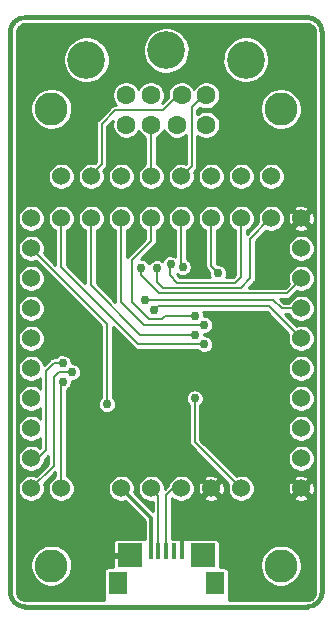
<source format=gbl>
G04 (created by PCBNEW (2013-04-19 BZR 4011)-stable) date 09/05/2013 23:39:35*
%MOIN*%
G04 Gerber Fmt 3.4, Leading zero omitted, Abs format*
%FSLAX34Y34*%
G01*
G70*
G90*
G04 APERTURE LIST*
%ADD10C,2.3622e-006*%
%ADD11C,0.015*%
%ADD12C,0.06*%
%ADD13C,0.0629921*%
%ADD14C,0.125984*%
%ADD15R,0.015748X0.0531496*%
%ADD16R,0.0826772X0.0787402*%
%ADD17R,0.0629921X0.0748031*%
%ADD18C,0.110236*%
%ADD19C,0.03*%
%ADD20C,0.012*%
%ADD21C,0.008*%
%ADD22C,0.01*%
G04 APERTURE END LIST*
G54D10*
G54D11*
X10400Y-500D02*
X10400Y-19150D01*
X0Y-19150D02*
X0Y-500D01*
X9900Y-19650D02*
X500Y-19650D01*
X9900Y-19650D02*
G75*
G03X10400Y-19150I0J500D01*
G74*
G01*
X0Y-19150D02*
G75*
G03X500Y-19650I500J0D01*
G74*
G01*
X500Y0D02*
X9900Y0D01*
X500Y0D02*
G75*
G03X0Y-500I0J-500D01*
G74*
G01*
X10400Y-500D02*
G75*
G03X9900Y0I-500J0D01*
G74*
G01*
G54D12*
X700Y-6700D03*
X9700Y-15700D03*
X4700Y-15700D03*
X5700Y-15700D03*
X6700Y-5300D03*
X1700Y-6700D03*
X9700Y-10700D03*
X9700Y-8700D03*
X9700Y-9700D03*
X9700Y-7700D03*
X9700Y-11700D03*
X9700Y-12700D03*
X9700Y-13700D03*
X7700Y-15700D03*
X8700Y-5300D03*
X7700Y-5300D03*
X700Y-7700D03*
X1700Y-15700D03*
X9700Y-6700D03*
X3700Y-15700D03*
X6700Y-15700D03*
X9700Y-14700D03*
X700Y-15700D03*
X700Y-14700D03*
X700Y-13700D03*
X700Y-12700D03*
X2700Y-6700D03*
X700Y-10700D03*
X700Y-9700D03*
X700Y-8700D03*
X8700Y-6700D03*
X7700Y-6700D03*
X6700Y-6700D03*
X5700Y-6700D03*
X4700Y-6700D03*
X3700Y-6700D03*
X700Y-11700D03*
X1700Y-5300D03*
X2700Y-5300D03*
X3700Y-5300D03*
X4700Y-5300D03*
X5700Y-5300D03*
G54D13*
X3861Y-2596D03*
X6538Y-2596D03*
X3861Y-3580D03*
X6538Y-3580D03*
G54D14*
X5200Y-1100D03*
X2542Y-1414D03*
X7857Y-1414D03*
G54D13*
X4688Y-2596D03*
X5711Y-2596D03*
X4688Y-3580D03*
X5554Y-3580D03*
G54D15*
X4689Y-17797D03*
G54D16*
X6420Y-17925D03*
X3980Y-17925D03*
G54D17*
X6814Y-18850D03*
X3586Y-18850D03*
G54D15*
X4944Y-17797D03*
X5200Y-17797D03*
X5456Y-17797D03*
X5712Y-17797D03*
G54D18*
X9025Y-18275D03*
X1375Y-3050D03*
X9025Y-3050D03*
X1375Y-18275D03*
G54D19*
X1750Y-12150D03*
X4800Y-9750D03*
X4500Y-9425D03*
X4375Y-8350D03*
X6475Y-10900D03*
X6175Y-10575D03*
X6475Y-10250D03*
X6175Y-9950D03*
X5750Y-8325D03*
X6925Y-8525D03*
X5350Y-8225D03*
X4900Y-8350D03*
X3225Y-12900D03*
X2075Y-11825D03*
X1750Y-11525D03*
X6150Y-12700D03*
X8675Y-600D03*
X7850Y-16800D03*
X1250Y-9900D03*
X8750Y-8275D03*
X6375Y-7975D03*
X6475Y-15050D03*
X8200Y-11800D03*
X9250Y-15225D03*
X4475Y-12775D03*
X2775Y-13500D03*
X2350Y-15350D03*
X2025Y-12450D03*
G54D20*
X4689Y-17797D02*
X4689Y-16689D01*
X4689Y-16689D02*
X3700Y-15700D01*
G54D21*
X1700Y-12200D02*
X1700Y-15700D01*
X1750Y-12150D02*
X1700Y-12200D01*
X5200Y-17797D02*
X5200Y-15925D01*
X5425Y-15700D02*
X5700Y-15700D01*
X5200Y-15925D02*
X5425Y-15700D01*
X4944Y-17797D02*
X4944Y-15944D01*
X4944Y-15944D02*
X4700Y-15700D01*
X2700Y-5300D02*
X2700Y-5250D01*
X2700Y-5250D02*
X3050Y-4900D01*
X3050Y-4900D02*
X3050Y-3550D01*
X5711Y-2596D02*
X5603Y-2596D01*
X5603Y-2596D02*
X5100Y-3100D01*
X5100Y-3100D02*
X3500Y-3100D01*
X3500Y-3100D02*
X3050Y-3550D01*
X4688Y-3580D02*
X4688Y-5288D01*
X4688Y-5288D02*
X4700Y-5300D01*
X6538Y-2596D02*
X6453Y-2596D01*
X6453Y-2596D02*
X6050Y-3000D01*
X6050Y-3000D02*
X6050Y-3250D01*
X6538Y-2596D02*
X6538Y-2761D01*
X6050Y-4950D02*
X5700Y-5300D01*
X6050Y-3250D02*
X6050Y-4950D01*
X8625Y-9625D02*
X9700Y-10700D01*
X4925Y-9625D02*
X8625Y-9625D01*
X4800Y-9750D02*
X4925Y-9625D01*
X9700Y-9700D02*
X9050Y-9700D01*
X5000Y-9425D02*
X4500Y-9425D01*
X8775Y-9425D02*
X5000Y-9425D01*
X9050Y-9700D02*
X8775Y-9425D01*
X4975Y-9200D02*
X9225Y-9200D01*
X9225Y-9200D02*
X9700Y-8725D01*
X9700Y-8725D02*
X9700Y-8600D01*
X4350Y-8575D02*
X4975Y-9200D01*
X4350Y-8375D02*
X4350Y-8575D01*
X4375Y-8350D02*
X4350Y-8375D01*
X1700Y-6700D02*
X1700Y-8325D01*
X4275Y-10900D02*
X6475Y-10900D01*
X1700Y-8325D02*
X4275Y-10900D01*
X6175Y-10575D02*
X4325Y-10575D01*
X2700Y-8925D02*
X2700Y-6700D01*
X4325Y-10575D02*
X2700Y-8925D01*
X3700Y-6700D02*
X3700Y-9475D01*
X3700Y-9475D02*
X4475Y-10250D01*
X4475Y-10250D02*
X6475Y-10250D01*
X4700Y-6700D02*
X4700Y-7450D01*
X4625Y-10050D02*
X5050Y-10050D01*
X4050Y-9475D02*
X4625Y-10050D01*
X4050Y-8100D02*
X4050Y-9475D01*
X4700Y-7450D02*
X4050Y-8100D01*
X5050Y-10050D02*
X5150Y-9950D01*
X5150Y-9950D02*
X6175Y-9950D01*
X6175Y-9950D02*
X5150Y-9950D01*
X5150Y-9950D02*
X5050Y-10050D01*
X4700Y-6700D02*
X4675Y-6700D01*
X5700Y-6700D02*
X5700Y-8275D01*
X5700Y-8275D02*
X5750Y-8325D01*
X6700Y-6700D02*
X6700Y-8300D01*
X6700Y-8300D02*
X6925Y-8525D01*
X7700Y-6700D02*
X7700Y-8650D01*
X7400Y-8839D02*
X7510Y-8839D01*
X7510Y-8839D02*
X7700Y-8650D01*
X5335Y-8239D02*
X5350Y-8225D01*
X5335Y-8600D02*
X5335Y-8239D01*
X5575Y-8839D02*
X5335Y-8600D01*
X7400Y-8839D02*
X5575Y-8839D01*
X5350Y-8225D02*
X5375Y-8225D01*
X8700Y-6700D02*
X8675Y-6700D01*
X8000Y-8700D02*
X7680Y-9019D01*
X8000Y-7375D02*
X8000Y-8700D01*
X8675Y-6700D02*
X8000Y-7375D01*
X7525Y-9019D02*
X7680Y-9019D01*
X4900Y-8350D02*
X4900Y-8825D01*
X5094Y-9019D02*
X7525Y-9019D01*
X4900Y-8825D02*
X5094Y-9019D01*
X700Y-7700D02*
X3225Y-10225D01*
X3225Y-10225D02*
X3225Y-12900D01*
X2075Y-11825D02*
X1625Y-11825D01*
X1450Y-12000D02*
X1450Y-12475D01*
X1625Y-11825D02*
X1450Y-12000D01*
X1450Y-14950D02*
X700Y-15700D01*
X1450Y-12475D02*
X1450Y-14950D01*
X1750Y-11525D02*
X1450Y-11525D01*
X1200Y-11775D02*
X1200Y-12300D01*
X1450Y-11525D02*
X1200Y-11775D01*
X700Y-14700D02*
X919Y-14700D01*
X919Y-14700D02*
X1200Y-14419D01*
X1200Y-14419D02*
X1200Y-12300D01*
X6150Y-12700D02*
X6150Y-14150D01*
X6150Y-14150D02*
X7700Y-15700D01*
X6150Y-14150D02*
X7700Y-15700D01*
G54D20*
X5712Y-17797D02*
X5712Y-16688D01*
X5712Y-16688D02*
X6700Y-15700D01*
G54D21*
X6475Y-15050D02*
X6500Y-15050D01*
G54D10*
G36*
X10175Y-19138D02*
X10168Y-19203D01*
X10153Y-19254D01*
X10151Y-19258D01*
X10151Y-15668D01*
X10151Y-6668D01*
X10136Y-6581D01*
X10105Y-6499D01*
X10092Y-6476D01*
X10026Y-6444D01*
X9955Y-6514D01*
X9955Y-6373D01*
X9923Y-6307D01*
X9843Y-6271D01*
X9757Y-6251D01*
X9726Y-6250D01*
X9726Y-2981D01*
X9699Y-2846D01*
X9647Y-2719D01*
X9571Y-2604D01*
X9474Y-2507D01*
X9360Y-2430D01*
X9233Y-2376D01*
X9098Y-2349D01*
X8961Y-2348D01*
X8826Y-2374D01*
X8698Y-2425D01*
X8637Y-2465D01*
X8637Y-1338D01*
X8607Y-1188D01*
X8549Y-1047D01*
X8464Y-919D01*
X8357Y-811D01*
X8230Y-725D01*
X8089Y-666D01*
X7939Y-635D01*
X7786Y-634D01*
X7636Y-663D01*
X7494Y-720D01*
X7366Y-804D01*
X7257Y-911D01*
X7170Y-1037D01*
X7110Y-1177D01*
X7078Y-1327D01*
X7076Y-1480D01*
X7104Y-1630D01*
X7160Y-1773D01*
X7243Y-1901D01*
X7349Y-2011D01*
X7475Y-2099D01*
X7615Y-2160D01*
X7764Y-2193D01*
X7917Y-2196D01*
X8068Y-2169D01*
X8210Y-2114D01*
X8339Y-2032D01*
X8450Y-1927D01*
X8538Y-1802D01*
X8601Y-1662D01*
X8634Y-1513D01*
X8637Y-1338D01*
X8637Y-2465D01*
X8583Y-2500D01*
X8485Y-2597D01*
X8407Y-2710D01*
X8353Y-2836D01*
X8324Y-2971D01*
X8322Y-3108D01*
X8347Y-3244D01*
X8398Y-3372D01*
X8472Y-3487D01*
X8568Y-3586D01*
X8681Y-3665D01*
X8807Y-3720D01*
X8941Y-3749D01*
X9079Y-3752D01*
X9214Y-3728D01*
X9342Y-3678D01*
X9458Y-3605D01*
X9558Y-3510D01*
X9637Y-3398D01*
X9693Y-3272D01*
X9724Y-3138D01*
X9726Y-2981D01*
X9726Y-6250D01*
X9668Y-6248D01*
X9581Y-6263D01*
X9499Y-6294D01*
X9476Y-6307D01*
X9444Y-6373D01*
X9700Y-6629D01*
X9955Y-6373D01*
X9955Y-6514D01*
X9770Y-6700D01*
X10026Y-6955D01*
X10092Y-6923D01*
X10128Y-6843D01*
X10148Y-6757D01*
X10151Y-6668D01*
X10151Y-15668D01*
X10150Y-15662D01*
X10150Y-14655D01*
X10150Y-13655D01*
X10150Y-12655D01*
X10150Y-11655D01*
X10150Y-10655D01*
X10132Y-10569D01*
X10099Y-10487D01*
X10050Y-10414D01*
X9988Y-10351D01*
X9915Y-10302D01*
X9833Y-10268D01*
X9747Y-10250D01*
X9659Y-10249D01*
X9572Y-10266D01*
X9545Y-10276D01*
X9158Y-9890D01*
X9291Y-9890D01*
X9297Y-9906D01*
X9345Y-9980D01*
X9406Y-10044D01*
X9479Y-10094D01*
X9560Y-10130D01*
X9646Y-10148D01*
X9734Y-10150D01*
X9821Y-10135D01*
X9903Y-10103D01*
X9978Y-10056D01*
X10042Y-9995D01*
X10093Y-9923D01*
X10129Y-9842D01*
X10148Y-9756D01*
X10150Y-9655D01*
X10132Y-9569D01*
X10099Y-9487D01*
X10050Y-9414D01*
X9988Y-9351D01*
X9915Y-9302D01*
X9833Y-9268D01*
X9747Y-9250D01*
X9659Y-9249D01*
X9572Y-9266D01*
X9490Y-9299D01*
X9416Y-9347D01*
X9353Y-9409D01*
X9303Y-9482D01*
X9291Y-9510D01*
X9128Y-9510D01*
X9008Y-9390D01*
X9225Y-9390D01*
X9242Y-9388D01*
X9259Y-9386D01*
X9260Y-9386D01*
X9261Y-9386D01*
X9278Y-9381D01*
X9295Y-9376D01*
X9296Y-9375D01*
X9297Y-9375D01*
X9312Y-9367D01*
X9328Y-9359D01*
X9329Y-9358D01*
X9330Y-9358D01*
X9343Y-9347D01*
X9357Y-9336D01*
X9358Y-9334D01*
X9358Y-9334D01*
X9358Y-9334D01*
X9359Y-9334D01*
X9563Y-9130D01*
X9646Y-9148D01*
X9734Y-9150D01*
X9821Y-9135D01*
X9903Y-9103D01*
X9978Y-9056D01*
X10042Y-8995D01*
X10093Y-8923D01*
X10129Y-8842D01*
X10148Y-8756D01*
X10150Y-8655D01*
X10150Y-7655D01*
X10132Y-7569D01*
X10099Y-7487D01*
X10050Y-7414D01*
X9988Y-7351D01*
X9955Y-7329D01*
X9955Y-7026D01*
X9700Y-6770D01*
X9629Y-6841D01*
X9629Y-6700D01*
X9373Y-6444D01*
X9307Y-6476D01*
X9271Y-6556D01*
X9251Y-6642D01*
X9248Y-6731D01*
X9263Y-6818D01*
X9294Y-6900D01*
X9307Y-6923D01*
X9373Y-6955D01*
X9629Y-6700D01*
X9629Y-6841D01*
X9444Y-7026D01*
X9476Y-7092D01*
X9556Y-7128D01*
X9642Y-7148D01*
X9731Y-7151D01*
X9818Y-7136D01*
X9900Y-7105D01*
X9923Y-7092D01*
X9955Y-7026D01*
X9955Y-7329D01*
X9915Y-7302D01*
X9833Y-7268D01*
X9747Y-7250D01*
X9659Y-7249D01*
X9572Y-7266D01*
X9490Y-7299D01*
X9416Y-7347D01*
X9353Y-7409D01*
X9303Y-7482D01*
X9268Y-7563D01*
X9250Y-7649D01*
X9249Y-7737D01*
X9265Y-7824D01*
X9297Y-7906D01*
X9345Y-7980D01*
X9406Y-8044D01*
X9479Y-8094D01*
X9560Y-8130D01*
X9646Y-8148D01*
X9734Y-8150D01*
X9821Y-8135D01*
X9903Y-8103D01*
X9978Y-8056D01*
X10042Y-7995D01*
X10093Y-7923D01*
X10129Y-7842D01*
X10148Y-7756D01*
X10150Y-7655D01*
X10150Y-8655D01*
X10132Y-8569D01*
X10099Y-8487D01*
X10050Y-8414D01*
X9988Y-8351D01*
X9915Y-8302D01*
X9833Y-8268D01*
X9747Y-8250D01*
X9659Y-8249D01*
X9572Y-8266D01*
X9490Y-8299D01*
X9416Y-8347D01*
X9353Y-8409D01*
X9303Y-8482D01*
X9268Y-8563D01*
X9250Y-8649D01*
X9249Y-8737D01*
X9265Y-8824D01*
X9284Y-8872D01*
X9146Y-9010D01*
X7958Y-9010D01*
X8134Y-8834D01*
X8145Y-8820D01*
X8156Y-8807D01*
X8157Y-8806D01*
X8157Y-8805D01*
X8166Y-8790D01*
X8174Y-8774D01*
X8174Y-8773D01*
X8175Y-8773D01*
X8180Y-8756D01*
X8185Y-8739D01*
X8185Y-8738D01*
X8186Y-8737D01*
X8188Y-8720D01*
X8189Y-8702D01*
X8189Y-8700D01*
X8189Y-8700D01*
X8189Y-8700D01*
X8190Y-8700D01*
X8190Y-7453D01*
X8527Y-7115D01*
X8560Y-7130D01*
X8646Y-7148D01*
X8734Y-7150D01*
X8821Y-7135D01*
X8903Y-7103D01*
X8978Y-7056D01*
X9042Y-6995D01*
X9093Y-6923D01*
X9129Y-6842D01*
X9148Y-6756D01*
X9150Y-6655D01*
X9150Y-5255D01*
X9132Y-5169D01*
X9099Y-5087D01*
X9050Y-5014D01*
X8988Y-4951D01*
X8915Y-4902D01*
X8833Y-4868D01*
X8747Y-4850D01*
X8659Y-4849D01*
X8572Y-4866D01*
X8490Y-4899D01*
X8416Y-4947D01*
X8353Y-5009D01*
X8303Y-5082D01*
X8268Y-5163D01*
X8250Y-5249D01*
X8249Y-5337D01*
X8265Y-5424D01*
X8297Y-5506D01*
X8345Y-5580D01*
X8406Y-5644D01*
X8479Y-5694D01*
X8560Y-5730D01*
X8646Y-5748D01*
X8734Y-5750D01*
X8821Y-5735D01*
X8903Y-5703D01*
X8978Y-5656D01*
X9042Y-5595D01*
X9093Y-5523D01*
X9129Y-5442D01*
X9148Y-5356D01*
X9150Y-5255D01*
X9150Y-6655D01*
X9132Y-6569D01*
X9099Y-6487D01*
X9050Y-6414D01*
X8988Y-6351D01*
X8915Y-6302D01*
X8833Y-6268D01*
X8747Y-6250D01*
X8659Y-6249D01*
X8572Y-6266D01*
X8490Y-6299D01*
X8416Y-6347D01*
X8353Y-6409D01*
X8303Y-6482D01*
X8268Y-6563D01*
X8250Y-6649D01*
X8249Y-6737D01*
X8265Y-6824D01*
X8269Y-6836D01*
X7890Y-7216D01*
X7890Y-7108D01*
X7903Y-7103D01*
X7978Y-7056D01*
X8042Y-6995D01*
X8093Y-6923D01*
X8129Y-6842D01*
X8148Y-6756D01*
X8150Y-6655D01*
X8150Y-5255D01*
X8132Y-5169D01*
X8099Y-5087D01*
X8050Y-5014D01*
X7988Y-4951D01*
X7915Y-4902D01*
X7833Y-4868D01*
X7747Y-4850D01*
X7659Y-4849D01*
X7572Y-4866D01*
X7490Y-4899D01*
X7416Y-4947D01*
X7353Y-5009D01*
X7303Y-5082D01*
X7268Y-5163D01*
X7250Y-5249D01*
X7249Y-5337D01*
X7265Y-5424D01*
X7297Y-5506D01*
X7345Y-5580D01*
X7406Y-5644D01*
X7479Y-5694D01*
X7560Y-5730D01*
X7646Y-5748D01*
X7734Y-5750D01*
X7821Y-5735D01*
X7903Y-5703D01*
X7978Y-5656D01*
X8042Y-5595D01*
X8093Y-5523D01*
X8129Y-5442D01*
X8148Y-5356D01*
X8150Y-5255D01*
X8150Y-6655D01*
X8132Y-6569D01*
X8099Y-6487D01*
X8050Y-6414D01*
X7988Y-6351D01*
X7915Y-6302D01*
X7833Y-6268D01*
X7747Y-6250D01*
X7659Y-6249D01*
X7572Y-6266D01*
X7490Y-6299D01*
X7416Y-6347D01*
X7353Y-6409D01*
X7303Y-6482D01*
X7268Y-6563D01*
X7250Y-6649D01*
X7249Y-6737D01*
X7265Y-6824D01*
X7297Y-6906D01*
X7345Y-6980D01*
X7406Y-7044D01*
X7479Y-7094D01*
X7510Y-7108D01*
X7510Y-8571D01*
X7431Y-8649D01*
X7400Y-8649D01*
X7197Y-8649D01*
X7211Y-8620D01*
X7224Y-8562D01*
X7225Y-8495D01*
X7213Y-8437D01*
X7191Y-8383D01*
X7158Y-8334D01*
X7117Y-8292D01*
X7068Y-8259D01*
X7014Y-8237D01*
X6956Y-8225D01*
X6897Y-8224D01*
X6894Y-8225D01*
X6890Y-8221D01*
X6890Y-7108D01*
X6903Y-7103D01*
X6978Y-7056D01*
X7042Y-6995D01*
X7093Y-6923D01*
X7129Y-6842D01*
X7148Y-6756D01*
X7150Y-6655D01*
X7150Y-5255D01*
X7132Y-5169D01*
X7099Y-5087D01*
X7050Y-5014D01*
X7003Y-4967D01*
X7003Y-3534D01*
X6985Y-3445D01*
X6951Y-3360D01*
X6900Y-3285D01*
X6836Y-3220D01*
X6760Y-3169D01*
X6676Y-3133D01*
X6587Y-3115D01*
X6496Y-3115D01*
X6406Y-3132D01*
X6322Y-3166D01*
X6245Y-3216D01*
X6240Y-3221D01*
X6240Y-3078D01*
X6313Y-3005D01*
X6394Y-3040D01*
X6483Y-3059D01*
X6574Y-3061D01*
X6664Y-3046D01*
X6749Y-3013D01*
X6826Y-2964D01*
X6892Y-2901D01*
X6944Y-2826D01*
X6981Y-2743D01*
X7002Y-2654D01*
X7003Y-2550D01*
X6985Y-2461D01*
X6951Y-2376D01*
X6900Y-2300D01*
X6836Y-2236D01*
X6760Y-2185D01*
X6676Y-2149D01*
X6587Y-2131D01*
X6496Y-2130D01*
X6406Y-2147D01*
X6322Y-2182D01*
X6245Y-2231D01*
X6180Y-2295D01*
X6129Y-2370D01*
X6125Y-2379D01*
X6124Y-2376D01*
X6073Y-2300D01*
X6009Y-2236D01*
X5979Y-2216D01*
X5979Y-1023D01*
X5950Y-873D01*
X5891Y-732D01*
X5807Y-604D01*
X5699Y-496D01*
X5572Y-410D01*
X5431Y-351D01*
X5281Y-320D01*
X5128Y-319D01*
X4978Y-348D01*
X4836Y-405D01*
X4708Y-489D01*
X4599Y-596D01*
X4513Y-722D01*
X4452Y-863D01*
X4421Y-1012D01*
X4419Y-1165D01*
X4446Y-1316D01*
X4502Y-1458D01*
X4585Y-1586D01*
X4692Y-1696D01*
X4817Y-1784D01*
X4957Y-1845D01*
X5107Y-1878D01*
X5260Y-1881D01*
X5410Y-1854D01*
X5553Y-1799D01*
X5682Y-1717D01*
X5793Y-1612D01*
X5881Y-1487D01*
X5943Y-1347D01*
X5977Y-1198D01*
X5979Y-1023D01*
X5979Y-2216D01*
X5934Y-2185D01*
X5849Y-2149D01*
X5760Y-2131D01*
X5669Y-2130D01*
X5579Y-2147D01*
X5495Y-2182D01*
X5419Y-2231D01*
X5353Y-2295D01*
X5302Y-2370D01*
X5266Y-2454D01*
X5247Y-2543D01*
X5246Y-2635D01*
X5253Y-2677D01*
X5070Y-2860D01*
X5094Y-2826D01*
X5131Y-2743D01*
X5151Y-2654D01*
X5153Y-2550D01*
X5135Y-2461D01*
X5100Y-2376D01*
X5050Y-2300D01*
X4986Y-2236D01*
X4910Y-2185D01*
X4826Y-2149D01*
X4737Y-2131D01*
X4645Y-2130D01*
X4556Y-2147D01*
X4471Y-2182D01*
X4395Y-2231D01*
X4330Y-2295D01*
X4278Y-2370D01*
X4275Y-2379D01*
X4273Y-2376D01*
X4223Y-2300D01*
X4159Y-2236D01*
X4083Y-2185D01*
X3999Y-2149D01*
X3910Y-2131D01*
X3819Y-2130D01*
X3729Y-2147D01*
X3644Y-2182D01*
X3568Y-2231D01*
X3503Y-2295D01*
X3451Y-2370D01*
X3416Y-2454D01*
X3397Y-2543D01*
X3395Y-2635D01*
X3412Y-2724D01*
X3445Y-2809D01*
X3495Y-2886D01*
X3518Y-2910D01*
X3500Y-2910D01*
X3482Y-2911D01*
X3465Y-2913D01*
X3464Y-2913D01*
X3463Y-2913D01*
X3446Y-2918D01*
X3429Y-2923D01*
X3428Y-2924D01*
X3427Y-2924D01*
X3412Y-2932D01*
X3396Y-2940D01*
X3395Y-2941D01*
X3394Y-2941D01*
X3381Y-2952D01*
X3367Y-2963D01*
X3366Y-2965D01*
X3366Y-2965D01*
X3366Y-2965D01*
X3365Y-2965D01*
X3322Y-3008D01*
X3322Y-1338D01*
X3292Y-1188D01*
X3234Y-1047D01*
X3149Y-919D01*
X3042Y-811D01*
X2915Y-725D01*
X2774Y-666D01*
X2624Y-635D01*
X2471Y-634D01*
X2321Y-663D01*
X2179Y-720D01*
X2051Y-804D01*
X1942Y-911D01*
X1855Y-1037D01*
X1795Y-1177D01*
X1763Y-1327D01*
X1761Y-1480D01*
X1789Y-1630D01*
X1845Y-1773D01*
X1928Y-1901D01*
X2034Y-2011D01*
X2160Y-2099D01*
X2300Y-2160D01*
X2449Y-2193D01*
X2602Y-2196D01*
X2753Y-2169D01*
X2895Y-2114D01*
X3025Y-2032D01*
X3135Y-1927D01*
X3223Y-1802D01*
X3286Y-1662D01*
X3320Y-1513D01*
X3322Y-1338D01*
X3322Y-3008D01*
X2915Y-3415D01*
X2904Y-3429D01*
X2893Y-3442D01*
X2892Y-3443D01*
X2892Y-3444D01*
X2883Y-3459D01*
X2875Y-3475D01*
X2875Y-3476D01*
X2874Y-3476D01*
X2869Y-3493D01*
X2864Y-3510D01*
X2864Y-3511D01*
X2863Y-3512D01*
X2861Y-3529D01*
X2860Y-3547D01*
X2860Y-3549D01*
X2860Y-3549D01*
X2860Y-3549D01*
X2860Y-3550D01*
X2860Y-4821D01*
X2816Y-4864D01*
X2747Y-4850D01*
X2659Y-4849D01*
X2572Y-4866D01*
X2490Y-4899D01*
X2416Y-4947D01*
X2353Y-5009D01*
X2303Y-5082D01*
X2268Y-5163D01*
X2250Y-5249D01*
X2249Y-5337D01*
X2265Y-5424D01*
X2297Y-5506D01*
X2345Y-5580D01*
X2406Y-5644D01*
X2479Y-5694D01*
X2560Y-5730D01*
X2646Y-5748D01*
X2734Y-5750D01*
X2821Y-5735D01*
X2903Y-5703D01*
X2978Y-5656D01*
X3042Y-5595D01*
X3093Y-5523D01*
X3129Y-5442D01*
X3148Y-5356D01*
X3150Y-5255D01*
X3132Y-5169D01*
X3108Y-5110D01*
X3184Y-5034D01*
X3195Y-5020D01*
X3206Y-5007D01*
X3207Y-5006D01*
X3207Y-5005D01*
X3216Y-4990D01*
X3224Y-4974D01*
X3224Y-4973D01*
X3225Y-4973D01*
X3230Y-4956D01*
X3235Y-4939D01*
X3235Y-4938D01*
X3236Y-4937D01*
X3238Y-4920D01*
X3239Y-4902D01*
X3239Y-4900D01*
X3239Y-4900D01*
X3239Y-4900D01*
X3240Y-4900D01*
X3240Y-3628D01*
X3412Y-3456D01*
X3397Y-3528D01*
X3395Y-3619D01*
X3412Y-3709D01*
X3445Y-3793D01*
X3495Y-3870D01*
X3558Y-3936D01*
X3633Y-3988D01*
X3717Y-4024D01*
X3806Y-4044D01*
X3897Y-4046D01*
X3987Y-4030D01*
X4072Y-3997D01*
X4149Y-3948D01*
X4215Y-3885D01*
X4267Y-3811D01*
X4274Y-3796D01*
X4322Y-3870D01*
X4385Y-3936D01*
X4460Y-3988D01*
X4498Y-4004D01*
X4498Y-4896D01*
X4490Y-4899D01*
X4416Y-4947D01*
X4353Y-5009D01*
X4303Y-5082D01*
X4268Y-5163D01*
X4250Y-5249D01*
X4249Y-5337D01*
X4265Y-5424D01*
X4297Y-5506D01*
X4345Y-5580D01*
X4406Y-5644D01*
X4479Y-5694D01*
X4560Y-5730D01*
X4646Y-5748D01*
X4734Y-5750D01*
X4821Y-5735D01*
X4903Y-5703D01*
X4978Y-5656D01*
X5042Y-5595D01*
X5093Y-5523D01*
X5129Y-5442D01*
X5148Y-5356D01*
X5150Y-5255D01*
X5132Y-5169D01*
X5099Y-5087D01*
X5050Y-5014D01*
X4988Y-4951D01*
X4915Y-4902D01*
X4878Y-4886D01*
X4878Y-4005D01*
X4898Y-3997D01*
X4975Y-3948D01*
X5041Y-3885D01*
X5094Y-3811D01*
X5121Y-3750D01*
X5138Y-3793D01*
X5188Y-3870D01*
X5251Y-3936D01*
X5326Y-3988D01*
X5409Y-4024D01*
X5499Y-4044D01*
X5590Y-4046D01*
X5679Y-4030D01*
X5764Y-3997D01*
X5841Y-3948D01*
X5860Y-3931D01*
X5860Y-4871D01*
X5854Y-4876D01*
X5833Y-4868D01*
X5747Y-4850D01*
X5659Y-4849D01*
X5572Y-4866D01*
X5490Y-4899D01*
X5416Y-4947D01*
X5353Y-5009D01*
X5303Y-5082D01*
X5268Y-5163D01*
X5250Y-5249D01*
X5249Y-5337D01*
X5265Y-5424D01*
X5297Y-5506D01*
X5345Y-5580D01*
X5406Y-5644D01*
X5479Y-5694D01*
X5560Y-5730D01*
X5646Y-5748D01*
X5734Y-5750D01*
X5821Y-5735D01*
X5903Y-5703D01*
X5978Y-5656D01*
X6042Y-5595D01*
X6093Y-5523D01*
X6129Y-5442D01*
X6148Y-5356D01*
X6150Y-5255D01*
X6132Y-5169D01*
X6123Y-5145D01*
X6184Y-5084D01*
X6195Y-5070D01*
X6206Y-5057D01*
X6207Y-5056D01*
X6207Y-5055D01*
X6216Y-5040D01*
X6224Y-5024D01*
X6224Y-5023D01*
X6225Y-5023D01*
X6230Y-5006D01*
X6235Y-4989D01*
X6235Y-4988D01*
X6236Y-4987D01*
X6238Y-4970D01*
X6239Y-4952D01*
X6239Y-4950D01*
X6239Y-4950D01*
X6239Y-4950D01*
X6240Y-4950D01*
X6240Y-3939D01*
X6310Y-3988D01*
X6394Y-4024D01*
X6483Y-4044D01*
X6574Y-4046D01*
X6664Y-4030D01*
X6749Y-3997D01*
X6826Y-3948D01*
X6892Y-3885D01*
X6944Y-3811D01*
X6981Y-3727D01*
X7002Y-3638D01*
X7003Y-3534D01*
X7003Y-4967D01*
X6988Y-4951D01*
X6915Y-4902D01*
X6833Y-4868D01*
X6747Y-4850D01*
X6659Y-4849D01*
X6572Y-4866D01*
X6490Y-4899D01*
X6416Y-4947D01*
X6353Y-5009D01*
X6303Y-5082D01*
X6268Y-5163D01*
X6250Y-5249D01*
X6249Y-5337D01*
X6265Y-5424D01*
X6297Y-5506D01*
X6345Y-5580D01*
X6406Y-5644D01*
X6479Y-5694D01*
X6560Y-5730D01*
X6646Y-5748D01*
X6734Y-5750D01*
X6821Y-5735D01*
X6903Y-5703D01*
X6978Y-5656D01*
X7042Y-5595D01*
X7093Y-5523D01*
X7129Y-5442D01*
X7148Y-5356D01*
X7150Y-5255D01*
X7150Y-6655D01*
X7132Y-6569D01*
X7099Y-6487D01*
X7050Y-6414D01*
X6988Y-6351D01*
X6915Y-6302D01*
X6833Y-6268D01*
X6747Y-6250D01*
X6659Y-6249D01*
X6572Y-6266D01*
X6490Y-6299D01*
X6416Y-6347D01*
X6353Y-6409D01*
X6303Y-6482D01*
X6268Y-6563D01*
X6250Y-6649D01*
X6249Y-6737D01*
X6265Y-6824D01*
X6297Y-6906D01*
X6345Y-6980D01*
X6406Y-7044D01*
X6479Y-7094D01*
X6510Y-7108D01*
X6510Y-8300D01*
X6511Y-8317D01*
X6513Y-8334D01*
X6513Y-8335D01*
X6513Y-8336D01*
X6518Y-8353D01*
X6523Y-8370D01*
X6524Y-8371D01*
X6524Y-8372D01*
X6532Y-8387D01*
X6540Y-8403D01*
X6541Y-8404D01*
X6541Y-8405D01*
X6552Y-8418D01*
X6563Y-8432D01*
X6565Y-8433D01*
X6565Y-8433D01*
X6565Y-8433D01*
X6565Y-8434D01*
X6625Y-8494D01*
X6624Y-8550D01*
X6635Y-8608D01*
X6651Y-8649D01*
X5653Y-8649D01*
X5566Y-8562D01*
X5602Y-8588D01*
X5656Y-8611D01*
X5714Y-8624D01*
X5773Y-8625D01*
X5831Y-8615D01*
X5885Y-8594D01*
X5935Y-8562D01*
X5978Y-8521D01*
X6012Y-8473D01*
X6036Y-8420D01*
X6049Y-8362D01*
X6050Y-8295D01*
X6038Y-8237D01*
X6016Y-8183D01*
X5983Y-8134D01*
X5942Y-8092D01*
X5893Y-8059D01*
X5890Y-8058D01*
X5890Y-7108D01*
X5903Y-7103D01*
X5978Y-7056D01*
X6042Y-6995D01*
X6093Y-6923D01*
X6129Y-6842D01*
X6148Y-6756D01*
X6150Y-6655D01*
X6132Y-6569D01*
X6099Y-6487D01*
X6050Y-6414D01*
X5988Y-6351D01*
X5915Y-6302D01*
X5833Y-6268D01*
X5747Y-6250D01*
X5659Y-6249D01*
X5572Y-6266D01*
X5490Y-6299D01*
X5416Y-6347D01*
X5353Y-6409D01*
X5303Y-6482D01*
X5268Y-6563D01*
X5250Y-6649D01*
X5249Y-6737D01*
X5265Y-6824D01*
X5297Y-6906D01*
X5345Y-6980D01*
X5406Y-7044D01*
X5479Y-7094D01*
X5510Y-7108D01*
X5510Y-7971D01*
X5493Y-7959D01*
X5439Y-7937D01*
X5381Y-7925D01*
X5322Y-7924D01*
X5264Y-7935D01*
X5210Y-7957D01*
X5161Y-7990D01*
X5119Y-8031D01*
X5085Y-8079D01*
X5074Y-8105D01*
X5043Y-8084D01*
X4989Y-8062D01*
X4931Y-8050D01*
X4872Y-8049D01*
X4814Y-8060D01*
X4760Y-8082D01*
X4711Y-8115D01*
X4669Y-8156D01*
X4637Y-8202D01*
X4608Y-8159D01*
X4567Y-8117D01*
X4518Y-8084D01*
X4464Y-8062D01*
X4406Y-8050D01*
X4368Y-8049D01*
X4834Y-7584D01*
X4845Y-7570D01*
X4856Y-7557D01*
X4857Y-7556D01*
X4857Y-7555D01*
X4866Y-7540D01*
X4874Y-7524D01*
X4874Y-7523D01*
X4875Y-7523D01*
X4880Y-7506D01*
X4885Y-7489D01*
X4885Y-7488D01*
X4886Y-7487D01*
X4888Y-7470D01*
X4889Y-7452D01*
X4889Y-7450D01*
X4889Y-7450D01*
X4889Y-7450D01*
X4890Y-7450D01*
X4890Y-7108D01*
X4903Y-7103D01*
X4978Y-7056D01*
X5042Y-6995D01*
X5093Y-6923D01*
X5129Y-6842D01*
X5148Y-6756D01*
X5150Y-6655D01*
X5132Y-6569D01*
X5099Y-6487D01*
X5050Y-6414D01*
X4988Y-6351D01*
X4915Y-6302D01*
X4833Y-6268D01*
X4747Y-6250D01*
X4659Y-6249D01*
X4572Y-6266D01*
X4490Y-6299D01*
X4416Y-6347D01*
X4353Y-6409D01*
X4303Y-6482D01*
X4268Y-6563D01*
X4250Y-6649D01*
X4249Y-6737D01*
X4265Y-6824D01*
X4297Y-6906D01*
X4345Y-6980D01*
X4406Y-7044D01*
X4479Y-7094D01*
X4510Y-7108D01*
X4510Y-7371D01*
X3915Y-7965D01*
X3904Y-7979D01*
X3893Y-7992D01*
X3892Y-7993D01*
X3892Y-7994D01*
X3890Y-7998D01*
X3890Y-7108D01*
X3903Y-7103D01*
X3978Y-7056D01*
X4042Y-6995D01*
X4093Y-6923D01*
X4129Y-6842D01*
X4148Y-6756D01*
X4150Y-6655D01*
X4150Y-5255D01*
X4132Y-5169D01*
X4099Y-5087D01*
X4050Y-5014D01*
X3988Y-4951D01*
X3915Y-4902D01*
X3833Y-4868D01*
X3747Y-4850D01*
X3659Y-4849D01*
X3572Y-4866D01*
X3490Y-4899D01*
X3416Y-4947D01*
X3353Y-5009D01*
X3303Y-5082D01*
X3268Y-5163D01*
X3250Y-5249D01*
X3249Y-5337D01*
X3265Y-5424D01*
X3297Y-5506D01*
X3345Y-5580D01*
X3406Y-5644D01*
X3479Y-5694D01*
X3560Y-5730D01*
X3646Y-5748D01*
X3734Y-5750D01*
X3821Y-5735D01*
X3903Y-5703D01*
X3978Y-5656D01*
X4042Y-5595D01*
X4093Y-5523D01*
X4129Y-5442D01*
X4148Y-5356D01*
X4150Y-5255D01*
X4150Y-6655D01*
X4132Y-6569D01*
X4099Y-6487D01*
X4050Y-6414D01*
X3988Y-6351D01*
X3915Y-6302D01*
X3833Y-6268D01*
X3747Y-6250D01*
X3659Y-6249D01*
X3572Y-6266D01*
X3490Y-6299D01*
X3416Y-6347D01*
X3353Y-6409D01*
X3303Y-6482D01*
X3268Y-6563D01*
X3250Y-6649D01*
X3249Y-6737D01*
X3265Y-6824D01*
X3297Y-6906D01*
X3345Y-6980D01*
X3406Y-7044D01*
X3479Y-7094D01*
X3510Y-7108D01*
X3510Y-9475D01*
X3510Y-9475D01*
X2890Y-8847D01*
X2890Y-7108D01*
X2903Y-7103D01*
X2978Y-7056D01*
X3042Y-6995D01*
X3093Y-6923D01*
X3129Y-6842D01*
X3148Y-6756D01*
X3150Y-6655D01*
X3132Y-6569D01*
X3099Y-6487D01*
X3050Y-6414D01*
X2988Y-6351D01*
X2915Y-6302D01*
X2833Y-6268D01*
X2747Y-6250D01*
X2659Y-6249D01*
X2572Y-6266D01*
X2490Y-6299D01*
X2416Y-6347D01*
X2353Y-6409D01*
X2303Y-6482D01*
X2268Y-6563D01*
X2250Y-6649D01*
X2249Y-6737D01*
X2265Y-6824D01*
X2297Y-6906D01*
X2345Y-6980D01*
X2406Y-7044D01*
X2479Y-7094D01*
X2510Y-7108D01*
X2510Y-8866D01*
X1890Y-8246D01*
X1890Y-7108D01*
X1903Y-7103D01*
X1978Y-7056D01*
X2042Y-6995D01*
X2093Y-6923D01*
X2129Y-6842D01*
X2148Y-6756D01*
X2150Y-6655D01*
X2150Y-5255D01*
X2132Y-5169D01*
X2099Y-5087D01*
X2076Y-5053D01*
X2076Y-2981D01*
X2049Y-2846D01*
X1997Y-2719D01*
X1921Y-2604D01*
X1824Y-2507D01*
X1710Y-2430D01*
X1583Y-2376D01*
X1448Y-2349D01*
X1311Y-2348D01*
X1176Y-2374D01*
X1048Y-2425D01*
X933Y-2500D01*
X835Y-2597D01*
X757Y-2710D01*
X703Y-2836D01*
X674Y-2971D01*
X672Y-3108D01*
X697Y-3244D01*
X748Y-3372D01*
X822Y-3487D01*
X918Y-3586D01*
X1031Y-3665D01*
X1157Y-3720D01*
X1291Y-3749D01*
X1429Y-3752D01*
X1564Y-3728D01*
X1692Y-3678D01*
X1808Y-3605D01*
X1908Y-3510D01*
X1987Y-3398D01*
X2043Y-3272D01*
X2074Y-3138D01*
X2076Y-2981D01*
X2076Y-5053D01*
X2050Y-5014D01*
X1988Y-4951D01*
X1915Y-4902D01*
X1833Y-4868D01*
X1747Y-4850D01*
X1659Y-4849D01*
X1572Y-4866D01*
X1490Y-4899D01*
X1416Y-4947D01*
X1353Y-5009D01*
X1303Y-5082D01*
X1268Y-5163D01*
X1250Y-5249D01*
X1249Y-5337D01*
X1265Y-5424D01*
X1297Y-5506D01*
X1345Y-5580D01*
X1406Y-5644D01*
X1479Y-5694D01*
X1560Y-5730D01*
X1646Y-5748D01*
X1734Y-5750D01*
X1821Y-5735D01*
X1903Y-5703D01*
X1978Y-5656D01*
X2042Y-5595D01*
X2093Y-5523D01*
X2129Y-5442D01*
X2148Y-5356D01*
X2150Y-5255D01*
X2150Y-6655D01*
X2132Y-6569D01*
X2099Y-6487D01*
X2050Y-6414D01*
X1988Y-6351D01*
X1915Y-6302D01*
X1833Y-6268D01*
X1747Y-6250D01*
X1659Y-6249D01*
X1572Y-6266D01*
X1490Y-6299D01*
X1416Y-6347D01*
X1353Y-6409D01*
X1303Y-6482D01*
X1268Y-6563D01*
X1250Y-6649D01*
X1249Y-6737D01*
X1265Y-6824D01*
X1297Y-6906D01*
X1345Y-6980D01*
X1406Y-7044D01*
X1479Y-7094D01*
X1510Y-7108D01*
X1510Y-8241D01*
X1123Y-7854D01*
X1129Y-7842D01*
X1148Y-7756D01*
X1150Y-7655D01*
X1150Y-6655D01*
X1132Y-6569D01*
X1099Y-6487D01*
X1050Y-6414D01*
X988Y-6351D01*
X915Y-6302D01*
X833Y-6268D01*
X747Y-6250D01*
X659Y-6249D01*
X572Y-6266D01*
X490Y-6299D01*
X416Y-6347D01*
X353Y-6409D01*
X303Y-6482D01*
X268Y-6563D01*
X250Y-6649D01*
X249Y-6737D01*
X265Y-6824D01*
X297Y-6906D01*
X345Y-6980D01*
X406Y-7044D01*
X479Y-7094D01*
X560Y-7130D01*
X646Y-7148D01*
X734Y-7150D01*
X821Y-7135D01*
X903Y-7103D01*
X978Y-7056D01*
X1042Y-6995D01*
X1093Y-6923D01*
X1129Y-6842D01*
X1148Y-6756D01*
X1150Y-6655D01*
X1150Y-7655D01*
X1132Y-7569D01*
X1099Y-7487D01*
X1050Y-7414D01*
X988Y-7351D01*
X915Y-7302D01*
X833Y-7268D01*
X747Y-7250D01*
X659Y-7249D01*
X572Y-7266D01*
X490Y-7299D01*
X416Y-7347D01*
X353Y-7409D01*
X303Y-7482D01*
X268Y-7563D01*
X250Y-7649D01*
X249Y-7737D01*
X265Y-7824D01*
X297Y-7906D01*
X345Y-7980D01*
X406Y-8044D01*
X479Y-8094D01*
X560Y-8130D01*
X646Y-8148D01*
X734Y-8150D01*
X821Y-8135D01*
X854Y-8122D01*
X3035Y-10303D01*
X3035Y-12666D01*
X2994Y-12706D01*
X2960Y-12754D01*
X2937Y-12808D01*
X2925Y-12866D01*
X2924Y-12925D01*
X2935Y-12983D01*
X2956Y-13037D01*
X2988Y-13087D01*
X3029Y-13129D01*
X3077Y-13163D01*
X3131Y-13186D01*
X3189Y-13199D01*
X3248Y-13200D01*
X3306Y-13190D01*
X3360Y-13169D01*
X3410Y-13137D01*
X3453Y-13096D01*
X3487Y-13048D01*
X3511Y-12995D01*
X3524Y-12937D01*
X3525Y-12870D01*
X3513Y-12812D01*
X3491Y-12758D01*
X3458Y-12709D01*
X3417Y-12667D01*
X3415Y-12666D01*
X3415Y-10308D01*
X4140Y-11034D01*
X4154Y-11045D01*
X4167Y-11056D01*
X4168Y-11057D01*
X4169Y-11057D01*
X4184Y-11066D01*
X4200Y-11074D01*
X4201Y-11074D01*
X4201Y-11075D01*
X4218Y-11080D01*
X4235Y-11085D01*
X4236Y-11085D01*
X4237Y-11086D01*
X4254Y-11088D01*
X4272Y-11089D01*
X4274Y-11089D01*
X4274Y-11089D01*
X4274Y-11089D01*
X4275Y-11090D01*
X6241Y-11090D01*
X6279Y-11129D01*
X6327Y-11163D01*
X6381Y-11186D01*
X6439Y-11199D01*
X6498Y-11200D01*
X6556Y-11190D01*
X6610Y-11169D01*
X6660Y-11137D01*
X6703Y-11096D01*
X6737Y-11048D01*
X6761Y-10995D01*
X6774Y-10937D01*
X6775Y-10870D01*
X6763Y-10812D01*
X6741Y-10758D01*
X6708Y-10709D01*
X6667Y-10667D01*
X6618Y-10634D01*
X6564Y-10612D01*
X6506Y-10600D01*
X6474Y-10599D01*
X6474Y-10550D01*
X6498Y-10550D01*
X6556Y-10540D01*
X6610Y-10519D01*
X6660Y-10487D01*
X6703Y-10446D01*
X6737Y-10398D01*
X6761Y-10345D01*
X6774Y-10287D01*
X6775Y-10220D01*
X6763Y-10162D01*
X6741Y-10108D01*
X6708Y-10059D01*
X6667Y-10017D01*
X6618Y-9984D01*
X6564Y-9962D01*
X6506Y-9950D01*
X6474Y-9949D01*
X6475Y-9920D01*
X6463Y-9862D01*
X6443Y-9815D01*
X8546Y-9815D01*
X9276Y-10545D01*
X9268Y-10563D01*
X9250Y-10649D01*
X9249Y-10737D01*
X9265Y-10824D01*
X9297Y-10906D01*
X9345Y-10980D01*
X9406Y-11044D01*
X9479Y-11094D01*
X9560Y-11130D01*
X9646Y-11148D01*
X9734Y-11150D01*
X9821Y-11135D01*
X9903Y-11103D01*
X9978Y-11056D01*
X10042Y-10995D01*
X10093Y-10923D01*
X10129Y-10842D01*
X10148Y-10756D01*
X10150Y-10655D01*
X10150Y-11655D01*
X10132Y-11569D01*
X10099Y-11487D01*
X10050Y-11414D01*
X9988Y-11351D01*
X9915Y-11302D01*
X9833Y-11268D01*
X9747Y-11250D01*
X9659Y-11249D01*
X9572Y-11266D01*
X9490Y-11299D01*
X9416Y-11347D01*
X9353Y-11409D01*
X9303Y-11482D01*
X9268Y-11563D01*
X9250Y-11649D01*
X9249Y-11737D01*
X9265Y-11824D01*
X9297Y-11906D01*
X9345Y-11980D01*
X9406Y-12044D01*
X9479Y-12094D01*
X9560Y-12130D01*
X9646Y-12148D01*
X9734Y-12150D01*
X9821Y-12135D01*
X9903Y-12103D01*
X9978Y-12056D01*
X10042Y-11995D01*
X10093Y-11923D01*
X10129Y-11842D01*
X10148Y-11756D01*
X10150Y-11655D01*
X10150Y-12655D01*
X10132Y-12569D01*
X10099Y-12487D01*
X10050Y-12414D01*
X9988Y-12351D01*
X9915Y-12302D01*
X9833Y-12268D01*
X9747Y-12250D01*
X9659Y-12249D01*
X9572Y-12266D01*
X9490Y-12299D01*
X9416Y-12347D01*
X9353Y-12409D01*
X9303Y-12482D01*
X9268Y-12563D01*
X9250Y-12649D01*
X9249Y-12737D01*
X9265Y-12824D01*
X9297Y-12906D01*
X9345Y-12980D01*
X9406Y-13044D01*
X9479Y-13094D01*
X9560Y-13130D01*
X9646Y-13148D01*
X9734Y-13150D01*
X9821Y-13135D01*
X9903Y-13103D01*
X9978Y-13056D01*
X10042Y-12995D01*
X10093Y-12923D01*
X10129Y-12842D01*
X10148Y-12756D01*
X10150Y-12655D01*
X10150Y-13655D01*
X10132Y-13569D01*
X10099Y-13487D01*
X10050Y-13414D01*
X9988Y-13351D01*
X9915Y-13302D01*
X9833Y-13268D01*
X9747Y-13250D01*
X9659Y-13249D01*
X9572Y-13266D01*
X9490Y-13299D01*
X9416Y-13347D01*
X9353Y-13409D01*
X9303Y-13482D01*
X9268Y-13563D01*
X9250Y-13649D01*
X9249Y-13737D01*
X9265Y-13824D01*
X9297Y-13906D01*
X9345Y-13980D01*
X9406Y-14044D01*
X9479Y-14094D01*
X9560Y-14130D01*
X9646Y-14148D01*
X9734Y-14150D01*
X9821Y-14135D01*
X9903Y-14103D01*
X9978Y-14056D01*
X10042Y-13995D01*
X10093Y-13923D01*
X10129Y-13842D01*
X10148Y-13756D01*
X10150Y-13655D01*
X10150Y-14655D01*
X10132Y-14569D01*
X10099Y-14487D01*
X10050Y-14414D01*
X9988Y-14351D01*
X9915Y-14302D01*
X9833Y-14268D01*
X9747Y-14250D01*
X9659Y-14249D01*
X9572Y-14266D01*
X9490Y-14299D01*
X9416Y-14347D01*
X9353Y-14409D01*
X9303Y-14482D01*
X9268Y-14563D01*
X9250Y-14649D01*
X9249Y-14737D01*
X9265Y-14824D01*
X9297Y-14906D01*
X9345Y-14980D01*
X9406Y-15044D01*
X9479Y-15094D01*
X9560Y-15130D01*
X9646Y-15148D01*
X9734Y-15150D01*
X9821Y-15135D01*
X9903Y-15103D01*
X9978Y-15056D01*
X10042Y-14995D01*
X10093Y-14923D01*
X10129Y-14842D01*
X10148Y-14756D01*
X10150Y-14655D01*
X10150Y-15662D01*
X10136Y-15581D01*
X10105Y-15499D01*
X10092Y-15476D01*
X10026Y-15444D01*
X9955Y-15514D01*
X9955Y-15373D01*
X9923Y-15307D01*
X9843Y-15271D01*
X9757Y-15251D01*
X9668Y-15248D01*
X9581Y-15263D01*
X9499Y-15294D01*
X9476Y-15307D01*
X9444Y-15373D01*
X9700Y-15629D01*
X9955Y-15373D01*
X9955Y-15514D01*
X9770Y-15700D01*
X10026Y-15955D01*
X10092Y-15923D01*
X10128Y-15843D01*
X10148Y-15757D01*
X10151Y-15668D01*
X10151Y-19258D01*
X10128Y-19301D01*
X10094Y-19343D01*
X10053Y-19377D01*
X10006Y-19402D01*
X9955Y-19418D01*
X9955Y-16026D01*
X9700Y-15770D01*
X9629Y-15841D01*
X9629Y-15700D01*
X9373Y-15444D01*
X9307Y-15476D01*
X9271Y-15556D01*
X9251Y-15642D01*
X9248Y-15731D01*
X9263Y-15818D01*
X9294Y-15900D01*
X9307Y-15923D01*
X9373Y-15955D01*
X9629Y-15700D01*
X9629Y-15841D01*
X9444Y-16026D01*
X9476Y-16092D01*
X9556Y-16128D01*
X9642Y-16148D01*
X9731Y-16151D01*
X9818Y-16136D01*
X9900Y-16105D01*
X9923Y-16092D01*
X9955Y-16026D01*
X9955Y-19418D01*
X9955Y-19418D01*
X9891Y-19425D01*
X9726Y-19425D01*
X9726Y-18206D01*
X9699Y-18071D01*
X9647Y-17944D01*
X9571Y-17829D01*
X9474Y-17732D01*
X9360Y-17655D01*
X9233Y-17601D01*
X9098Y-17574D01*
X8961Y-17573D01*
X8826Y-17599D01*
X8698Y-17650D01*
X8583Y-17725D01*
X8485Y-17822D01*
X8407Y-17935D01*
X8353Y-18061D01*
X8324Y-18196D01*
X8322Y-18333D01*
X8347Y-18469D01*
X8398Y-18597D01*
X8472Y-18712D01*
X8568Y-18811D01*
X8681Y-18890D01*
X8807Y-18945D01*
X8941Y-18974D01*
X9079Y-18977D01*
X9214Y-18953D01*
X9342Y-18903D01*
X9458Y-18830D01*
X9558Y-18735D01*
X9637Y-18623D01*
X9693Y-18497D01*
X9724Y-18363D01*
X9726Y-18206D01*
X9726Y-19425D01*
X8150Y-19425D01*
X8150Y-15655D01*
X8132Y-15569D01*
X8099Y-15487D01*
X8050Y-15414D01*
X7988Y-15351D01*
X7915Y-15302D01*
X7833Y-15268D01*
X7747Y-15250D01*
X7659Y-15249D01*
X7572Y-15266D01*
X7545Y-15276D01*
X6340Y-14071D01*
X6340Y-12933D01*
X6378Y-12896D01*
X6412Y-12848D01*
X6436Y-12795D01*
X6449Y-12737D01*
X6450Y-12670D01*
X6438Y-12612D01*
X6416Y-12558D01*
X6383Y-12509D01*
X6342Y-12467D01*
X6293Y-12434D01*
X6239Y-12412D01*
X6181Y-12400D01*
X6122Y-12399D01*
X6064Y-12410D01*
X6010Y-12432D01*
X5961Y-12465D01*
X5919Y-12506D01*
X5885Y-12554D01*
X5862Y-12608D01*
X5850Y-12666D01*
X5849Y-12725D01*
X5860Y-12783D01*
X5881Y-12837D01*
X5913Y-12887D01*
X5954Y-12929D01*
X5960Y-12933D01*
X5960Y-14150D01*
X5961Y-14167D01*
X5963Y-14184D01*
X5963Y-14185D01*
X5963Y-14186D01*
X5968Y-14203D01*
X5973Y-14220D01*
X5974Y-14221D01*
X5974Y-14222D01*
X5982Y-14237D01*
X5990Y-14253D01*
X5991Y-14254D01*
X5991Y-14255D01*
X6002Y-14268D01*
X6013Y-14282D01*
X6015Y-14283D01*
X6015Y-14283D01*
X6015Y-14283D01*
X6015Y-14284D01*
X7276Y-15545D01*
X7268Y-15563D01*
X7250Y-15649D01*
X7249Y-15737D01*
X7265Y-15824D01*
X7297Y-15906D01*
X7345Y-15980D01*
X7406Y-16044D01*
X7479Y-16094D01*
X7560Y-16130D01*
X7646Y-16148D01*
X7734Y-16150D01*
X7821Y-16135D01*
X7903Y-16103D01*
X7978Y-16056D01*
X8042Y-15995D01*
X8093Y-15923D01*
X8129Y-15842D01*
X8148Y-15756D01*
X8150Y-15655D01*
X8150Y-19425D01*
X7285Y-19425D01*
X7285Y-18415D01*
X7266Y-18415D01*
X7262Y-18405D01*
X7245Y-18380D01*
X7225Y-18359D01*
X7200Y-18343D01*
X7173Y-18331D01*
X7151Y-18327D01*
X7151Y-15668D01*
X7136Y-15581D01*
X7105Y-15499D01*
X7092Y-15476D01*
X7026Y-15444D01*
X6955Y-15514D01*
X6955Y-15373D01*
X6923Y-15307D01*
X6843Y-15271D01*
X6757Y-15251D01*
X6668Y-15248D01*
X6581Y-15263D01*
X6499Y-15294D01*
X6476Y-15307D01*
X6444Y-15373D01*
X6700Y-15629D01*
X6955Y-15373D01*
X6955Y-15514D01*
X6770Y-15700D01*
X7026Y-15955D01*
X7092Y-15923D01*
X7128Y-15843D01*
X7148Y-15757D01*
X7151Y-15668D01*
X7151Y-18327D01*
X7144Y-18326D01*
X7115Y-18325D01*
X6983Y-18325D01*
X6983Y-18305D01*
X6983Y-17516D01*
X6977Y-17487D01*
X6966Y-17460D01*
X6955Y-17444D01*
X6955Y-16026D01*
X6700Y-15770D01*
X6629Y-15841D01*
X6629Y-15700D01*
X6373Y-15444D01*
X6307Y-15476D01*
X6271Y-15556D01*
X6251Y-15642D01*
X6248Y-15731D01*
X6263Y-15818D01*
X6294Y-15900D01*
X6307Y-15923D01*
X6373Y-15955D01*
X6629Y-15700D01*
X6629Y-15841D01*
X6444Y-16026D01*
X6476Y-16092D01*
X6556Y-16128D01*
X6642Y-16148D01*
X6731Y-16151D01*
X6818Y-16136D01*
X6900Y-16105D01*
X6923Y-16092D01*
X6955Y-16026D01*
X6955Y-17444D01*
X6950Y-17436D01*
X6929Y-17415D01*
X6905Y-17398D01*
X6877Y-17387D01*
X6849Y-17381D01*
X6819Y-17381D01*
X6060Y-17381D01*
X6060Y-17379D01*
X5390Y-17380D01*
X5390Y-16026D01*
X5406Y-16044D01*
X5479Y-16094D01*
X5560Y-16130D01*
X5646Y-16148D01*
X5734Y-16150D01*
X5821Y-16135D01*
X5903Y-16103D01*
X5978Y-16056D01*
X6042Y-15995D01*
X6093Y-15923D01*
X6129Y-15842D01*
X6148Y-15756D01*
X6150Y-15655D01*
X6132Y-15569D01*
X6099Y-15487D01*
X6050Y-15414D01*
X5988Y-15351D01*
X5915Y-15302D01*
X5833Y-15268D01*
X5747Y-15250D01*
X5659Y-15249D01*
X5572Y-15266D01*
X5490Y-15299D01*
X5416Y-15347D01*
X5353Y-15409D01*
X5303Y-15482D01*
X5268Y-15563D01*
X5262Y-15593D01*
X5149Y-15706D01*
X5150Y-15655D01*
X5132Y-15569D01*
X5099Y-15487D01*
X5050Y-15414D01*
X4988Y-15351D01*
X4915Y-15302D01*
X4833Y-15268D01*
X4747Y-15250D01*
X4659Y-15249D01*
X4572Y-15266D01*
X4490Y-15299D01*
X4416Y-15347D01*
X4353Y-15409D01*
X4303Y-15482D01*
X4268Y-15563D01*
X4250Y-15649D01*
X4249Y-15737D01*
X4265Y-15824D01*
X4297Y-15906D01*
X4345Y-15980D01*
X4406Y-16044D01*
X4479Y-16094D01*
X4560Y-16130D01*
X4646Y-16148D01*
X4734Y-16150D01*
X4754Y-16147D01*
X4754Y-16457D01*
X4131Y-15834D01*
X4148Y-15756D01*
X4150Y-15655D01*
X4132Y-15569D01*
X4099Y-15487D01*
X4050Y-15414D01*
X3988Y-15351D01*
X3915Y-15302D01*
X3833Y-15268D01*
X3747Y-15250D01*
X3659Y-15249D01*
X3572Y-15266D01*
X3490Y-15299D01*
X3416Y-15347D01*
X3353Y-15409D01*
X3303Y-15482D01*
X3268Y-15563D01*
X3250Y-15649D01*
X3249Y-15737D01*
X3265Y-15824D01*
X3297Y-15906D01*
X3345Y-15980D01*
X3406Y-16044D01*
X3479Y-16094D01*
X3560Y-16130D01*
X3646Y-16148D01*
X3734Y-16150D01*
X3821Y-16135D01*
X3833Y-16130D01*
X4479Y-16775D01*
X4479Y-17381D01*
X4411Y-17382D01*
X4408Y-17381D01*
X4183Y-17381D01*
X4183Y-17380D01*
X3893Y-17381D01*
X3892Y-17381D01*
X3551Y-17381D01*
X3523Y-17387D01*
X3495Y-17398D01*
X3471Y-17414D01*
X3450Y-17435D01*
X3434Y-17459D01*
X3422Y-17486D01*
X3416Y-17515D01*
X3416Y-17544D01*
X3416Y-17837D01*
X3454Y-17875D01*
X3930Y-17875D01*
X3930Y-17581D01*
X4030Y-17581D01*
X4030Y-17875D01*
X4037Y-17875D01*
X4037Y-17975D01*
X4030Y-17975D01*
X4030Y-17982D01*
X3930Y-17982D01*
X3930Y-17975D01*
X3454Y-17975D01*
X3416Y-18012D01*
X3416Y-18305D01*
X3416Y-18325D01*
X3256Y-18325D01*
X3227Y-18331D01*
X3200Y-18342D01*
X3175Y-18359D01*
X3154Y-18379D01*
X3138Y-18404D01*
X3127Y-18429D01*
X3120Y-18429D01*
X3120Y-19425D01*
X2375Y-19425D01*
X2375Y-11795D01*
X2363Y-11737D01*
X2341Y-11683D01*
X2308Y-11634D01*
X2267Y-11592D01*
X2218Y-11559D01*
X2164Y-11537D01*
X2106Y-11525D01*
X2049Y-11524D01*
X2050Y-11495D01*
X2038Y-11437D01*
X2016Y-11383D01*
X1983Y-11334D01*
X1942Y-11292D01*
X1893Y-11259D01*
X1839Y-11237D01*
X1781Y-11225D01*
X1722Y-11224D01*
X1664Y-11235D01*
X1610Y-11257D01*
X1561Y-11290D01*
X1519Y-11331D01*
X1516Y-11335D01*
X1450Y-11335D01*
X1432Y-11336D01*
X1415Y-11338D01*
X1414Y-11338D01*
X1413Y-11338D01*
X1396Y-11343D01*
X1379Y-11348D01*
X1378Y-11349D01*
X1377Y-11349D01*
X1362Y-11357D01*
X1346Y-11365D01*
X1345Y-11366D01*
X1344Y-11366D01*
X1331Y-11377D01*
X1317Y-11388D01*
X1316Y-11390D01*
X1316Y-11390D01*
X1316Y-11390D01*
X1315Y-11390D01*
X1150Y-11556D01*
X1150Y-10655D01*
X1150Y-9655D01*
X1150Y-8655D01*
X1132Y-8569D01*
X1099Y-8487D01*
X1050Y-8414D01*
X988Y-8351D01*
X915Y-8302D01*
X833Y-8268D01*
X747Y-8250D01*
X659Y-8249D01*
X572Y-8266D01*
X490Y-8299D01*
X416Y-8347D01*
X353Y-8409D01*
X303Y-8482D01*
X268Y-8563D01*
X250Y-8649D01*
X249Y-8737D01*
X265Y-8824D01*
X297Y-8906D01*
X345Y-8980D01*
X406Y-9044D01*
X479Y-9094D01*
X560Y-9130D01*
X646Y-9148D01*
X734Y-9150D01*
X821Y-9135D01*
X903Y-9103D01*
X978Y-9056D01*
X1042Y-8995D01*
X1093Y-8923D01*
X1129Y-8842D01*
X1148Y-8756D01*
X1150Y-8655D01*
X1150Y-9655D01*
X1132Y-9569D01*
X1099Y-9487D01*
X1050Y-9414D01*
X988Y-9351D01*
X915Y-9302D01*
X833Y-9268D01*
X747Y-9250D01*
X659Y-9249D01*
X572Y-9266D01*
X490Y-9299D01*
X416Y-9347D01*
X353Y-9409D01*
X303Y-9482D01*
X268Y-9563D01*
X250Y-9649D01*
X249Y-9737D01*
X265Y-9824D01*
X297Y-9906D01*
X345Y-9980D01*
X406Y-10044D01*
X479Y-10094D01*
X560Y-10130D01*
X646Y-10148D01*
X734Y-10150D01*
X821Y-10135D01*
X903Y-10103D01*
X978Y-10056D01*
X1042Y-9995D01*
X1093Y-9923D01*
X1129Y-9842D01*
X1148Y-9756D01*
X1150Y-9655D01*
X1150Y-10655D01*
X1132Y-10569D01*
X1099Y-10487D01*
X1050Y-10414D01*
X988Y-10351D01*
X915Y-10302D01*
X833Y-10268D01*
X747Y-10250D01*
X659Y-10249D01*
X572Y-10266D01*
X490Y-10299D01*
X416Y-10347D01*
X353Y-10409D01*
X303Y-10482D01*
X268Y-10563D01*
X250Y-10649D01*
X249Y-10737D01*
X265Y-10824D01*
X297Y-10906D01*
X345Y-10980D01*
X406Y-11044D01*
X479Y-11094D01*
X560Y-11130D01*
X646Y-11148D01*
X734Y-11150D01*
X821Y-11135D01*
X903Y-11103D01*
X978Y-11056D01*
X1042Y-10995D01*
X1093Y-10923D01*
X1129Y-10842D01*
X1148Y-10756D01*
X1150Y-10655D01*
X1150Y-11556D01*
X1133Y-11572D01*
X1132Y-11569D01*
X1099Y-11487D01*
X1050Y-11414D01*
X988Y-11351D01*
X915Y-11302D01*
X833Y-11268D01*
X747Y-11250D01*
X659Y-11249D01*
X572Y-11266D01*
X490Y-11299D01*
X416Y-11347D01*
X353Y-11409D01*
X303Y-11482D01*
X268Y-11563D01*
X250Y-11649D01*
X249Y-11737D01*
X265Y-11824D01*
X297Y-11906D01*
X345Y-11980D01*
X406Y-12044D01*
X479Y-12094D01*
X560Y-12130D01*
X646Y-12148D01*
X734Y-12150D01*
X821Y-12135D01*
X903Y-12103D01*
X978Y-12056D01*
X1010Y-12026D01*
X1010Y-12300D01*
X1010Y-12373D01*
X988Y-12351D01*
X915Y-12302D01*
X833Y-12268D01*
X747Y-12250D01*
X659Y-12249D01*
X572Y-12266D01*
X490Y-12299D01*
X416Y-12347D01*
X353Y-12409D01*
X303Y-12482D01*
X268Y-12563D01*
X250Y-12649D01*
X249Y-12737D01*
X265Y-12824D01*
X297Y-12906D01*
X345Y-12980D01*
X406Y-13044D01*
X479Y-13094D01*
X560Y-13130D01*
X646Y-13148D01*
X734Y-13150D01*
X821Y-13135D01*
X903Y-13103D01*
X978Y-13056D01*
X1010Y-13026D01*
X1010Y-13373D01*
X988Y-13351D01*
X915Y-13302D01*
X833Y-13268D01*
X747Y-13250D01*
X659Y-13249D01*
X572Y-13266D01*
X490Y-13299D01*
X416Y-13347D01*
X353Y-13409D01*
X303Y-13482D01*
X268Y-13563D01*
X250Y-13649D01*
X249Y-13737D01*
X265Y-13824D01*
X297Y-13906D01*
X345Y-13980D01*
X406Y-14044D01*
X479Y-14094D01*
X560Y-14130D01*
X646Y-14148D01*
X734Y-14150D01*
X821Y-14135D01*
X903Y-14103D01*
X978Y-14056D01*
X1010Y-14026D01*
X1010Y-14341D01*
X993Y-14357D01*
X988Y-14351D01*
X915Y-14302D01*
X833Y-14268D01*
X747Y-14250D01*
X659Y-14249D01*
X572Y-14266D01*
X490Y-14299D01*
X416Y-14347D01*
X353Y-14409D01*
X303Y-14482D01*
X268Y-14563D01*
X250Y-14649D01*
X249Y-14737D01*
X265Y-14824D01*
X297Y-14906D01*
X345Y-14980D01*
X406Y-15044D01*
X479Y-15094D01*
X560Y-15130D01*
X646Y-15148D01*
X734Y-15150D01*
X821Y-15135D01*
X903Y-15103D01*
X978Y-15056D01*
X1042Y-14995D01*
X1093Y-14923D01*
X1129Y-14842D01*
X1148Y-14756D01*
X1148Y-14739D01*
X1260Y-14628D01*
X1260Y-14871D01*
X854Y-15276D01*
X833Y-15268D01*
X747Y-15250D01*
X659Y-15249D01*
X572Y-15266D01*
X490Y-15299D01*
X416Y-15347D01*
X353Y-15409D01*
X303Y-15482D01*
X268Y-15563D01*
X250Y-15649D01*
X249Y-15737D01*
X265Y-15824D01*
X297Y-15906D01*
X345Y-15980D01*
X406Y-16044D01*
X479Y-16094D01*
X560Y-16130D01*
X646Y-16148D01*
X734Y-16150D01*
X821Y-16135D01*
X903Y-16103D01*
X978Y-16056D01*
X1042Y-15995D01*
X1093Y-15923D01*
X1129Y-15842D01*
X1148Y-15756D01*
X1150Y-15655D01*
X1132Y-15569D01*
X1123Y-15545D01*
X1510Y-15158D01*
X1510Y-15291D01*
X1490Y-15299D01*
X1416Y-15347D01*
X1353Y-15409D01*
X1303Y-15482D01*
X1268Y-15563D01*
X1250Y-15649D01*
X1249Y-15737D01*
X1265Y-15824D01*
X1297Y-15906D01*
X1345Y-15980D01*
X1406Y-16044D01*
X1479Y-16094D01*
X1560Y-16130D01*
X1646Y-16148D01*
X1734Y-16150D01*
X1821Y-16135D01*
X1903Y-16103D01*
X1978Y-16056D01*
X2042Y-15995D01*
X2093Y-15923D01*
X2129Y-15842D01*
X2148Y-15756D01*
X2150Y-15655D01*
X2132Y-15569D01*
X2099Y-15487D01*
X2050Y-15414D01*
X1988Y-15351D01*
X1915Y-15302D01*
X1890Y-15291D01*
X1890Y-12416D01*
X1935Y-12387D01*
X1978Y-12346D01*
X2012Y-12298D01*
X2036Y-12245D01*
X2049Y-12187D01*
X2049Y-12124D01*
X2098Y-12125D01*
X2156Y-12115D01*
X2210Y-12094D01*
X2260Y-12062D01*
X2303Y-12021D01*
X2337Y-11973D01*
X2361Y-11920D01*
X2374Y-11862D01*
X2375Y-11795D01*
X2375Y-19425D01*
X2076Y-19425D01*
X2076Y-18206D01*
X2049Y-18071D01*
X1997Y-17944D01*
X1921Y-17829D01*
X1824Y-17732D01*
X1710Y-17655D01*
X1583Y-17601D01*
X1448Y-17574D01*
X1311Y-17573D01*
X1176Y-17599D01*
X1048Y-17650D01*
X933Y-17725D01*
X835Y-17822D01*
X757Y-17935D01*
X703Y-18061D01*
X674Y-18196D01*
X672Y-18333D01*
X697Y-18469D01*
X748Y-18597D01*
X822Y-18712D01*
X918Y-18811D01*
X1031Y-18890D01*
X1157Y-18945D01*
X1291Y-18974D01*
X1429Y-18977D01*
X1564Y-18953D01*
X1692Y-18903D01*
X1808Y-18830D01*
X1908Y-18735D01*
X1987Y-18623D01*
X2043Y-18497D01*
X2074Y-18363D01*
X2076Y-18206D01*
X2076Y-19425D01*
X511Y-19425D01*
X446Y-19418D01*
X395Y-19403D01*
X348Y-19378D01*
X306Y-19344D01*
X272Y-19303D01*
X247Y-19256D01*
X231Y-19205D01*
X225Y-19141D01*
X225Y-511D01*
X231Y-446D01*
X246Y-395D01*
X271Y-348D01*
X305Y-306D01*
X346Y-272D01*
X393Y-247D01*
X444Y-231D01*
X508Y-225D01*
X9888Y-225D01*
X9953Y-231D01*
X10004Y-246D01*
X10051Y-271D01*
X10093Y-305D01*
X10127Y-346D01*
X10152Y-393D01*
X10168Y-444D01*
X10175Y-508D01*
X10175Y-19138D01*
X10175Y-19138D01*
G37*
G54D22*
X10175Y-19138D02*
X10168Y-19203D01*
X10153Y-19254D01*
X10151Y-19258D01*
X10151Y-15668D01*
X10151Y-6668D01*
X10136Y-6581D01*
X10105Y-6499D01*
X10092Y-6476D01*
X10026Y-6444D01*
X9955Y-6514D01*
X9955Y-6373D01*
X9923Y-6307D01*
X9843Y-6271D01*
X9757Y-6251D01*
X9726Y-6250D01*
X9726Y-2981D01*
X9699Y-2846D01*
X9647Y-2719D01*
X9571Y-2604D01*
X9474Y-2507D01*
X9360Y-2430D01*
X9233Y-2376D01*
X9098Y-2349D01*
X8961Y-2348D01*
X8826Y-2374D01*
X8698Y-2425D01*
X8637Y-2465D01*
X8637Y-1338D01*
X8607Y-1188D01*
X8549Y-1047D01*
X8464Y-919D01*
X8357Y-811D01*
X8230Y-725D01*
X8089Y-666D01*
X7939Y-635D01*
X7786Y-634D01*
X7636Y-663D01*
X7494Y-720D01*
X7366Y-804D01*
X7257Y-911D01*
X7170Y-1037D01*
X7110Y-1177D01*
X7078Y-1327D01*
X7076Y-1480D01*
X7104Y-1630D01*
X7160Y-1773D01*
X7243Y-1901D01*
X7349Y-2011D01*
X7475Y-2099D01*
X7615Y-2160D01*
X7764Y-2193D01*
X7917Y-2196D01*
X8068Y-2169D01*
X8210Y-2114D01*
X8339Y-2032D01*
X8450Y-1927D01*
X8538Y-1802D01*
X8601Y-1662D01*
X8634Y-1513D01*
X8637Y-1338D01*
X8637Y-2465D01*
X8583Y-2500D01*
X8485Y-2597D01*
X8407Y-2710D01*
X8353Y-2836D01*
X8324Y-2971D01*
X8322Y-3108D01*
X8347Y-3244D01*
X8398Y-3372D01*
X8472Y-3487D01*
X8568Y-3586D01*
X8681Y-3665D01*
X8807Y-3720D01*
X8941Y-3749D01*
X9079Y-3752D01*
X9214Y-3728D01*
X9342Y-3678D01*
X9458Y-3605D01*
X9558Y-3510D01*
X9637Y-3398D01*
X9693Y-3272D01*
X9724Y-3138D01*
X9726Y-2981D01*
X9726Y-6250D01*
X9668Y-6248D01*
X9581Y-6263D01*
X9499Y-6294D01*
X9476Y-6307D01*
X9444Y-6373D01*
X9700Y-6629D01*
X9955Y-6373D01*
X9955Y-6514D01*
X9770Y-6700D01*
X10026Y-6955D01*
X10092Y-6923D01*
X10128Y-6843D01*
X10148Y-6757D01*
X10151Y-6668D01*
X10151Y-15668D01*
X10150Y-15662D01*
X10150Y-14655D01*
X10150Y-13655D01*
X10150Y-12655D01*
X10150Y-11655D01*
X10150Y-10655D01*
X10132Y-10569D01*
X10099Y-10487D01*
X10050Y-10414D01*
X9988Y-10351D01*
X9915Y-10302D01*
X9833Y-10268D01*
X9747Y-10250D01*
X9659Y-10249D01*
X9572Y-10266D01*
X9545Y-10276D01*
X9158Y-9890D01*
X9291Y-9890D01*
X9297Y-9906D01*
X9345Y-9980D01*
X9406Y-10044D01*
X9479Y-10094D01*
X9560Y-10130D01*
X9646Y-10148D01*
X9734Y-10150D01*
X9821Y-10135D01*
X9903Y-10103D01*
X9978Y-10056D01*
X10042Y-9995D01*
X10093Y-9923D01*
X10129Y-9842D01*
X10148Y-9756D01*
X10150Y-9655D01*
X10132Y-9569D01*
X10099Y-9487D01*
X10050Y-9414D01*
X9988Y-9351D01*
X9915Y-9302D01*
X9833Y-9268D01*
X9747Y-9250D01*
X9659Y-9249D01*
X9572Y-9266D01*
X9490Y-9299D01*
X9416Y-9347D01*
X9353Y-9409D01*
X9303Y-9482D01*
X9291Y-9510D01*
X9128Y-9510D01*
X9008Y-9390D01*
X9225Y-9390D01*
X9242Y-9388D01*
X9259Y-9386D01*
X9260Y-9386D01*
X9261Y-9386D01*
X9278Y-9381D01*
X9295Y-9376D01*
X9296Y-9375D01*
X9297Y-9375D01*
X9312Y-9367D01*
X9328Y-9359D01*
X9329Y-9358D01*
X9330Y-9358D01*
X9343Y-9347D01*
X9357Y-9336D01*
X9358Y-9334D01*
X9358Y-9334D01*
X9358Y-9334D01*
X9359Y-9334D01*
X9563Y-9130D01*
X9646Y-9148D01*
X9734Y-9150D01*
X9821Y-9135D01*
X9903Y-9103D01*
X9978Y-9056D01*
X10042Y-8995D01*
X10093Y-8923D01*
X10129Y-8842D01*
X10148Y-8756D01*
X10150Y-8655D01*
X10150Y-7655D01*
X10132Y-7569D01*
X10099Y-7487D01*
X10050Y-7414D01*
X9988Y-7351D01*
X9955Y-7329D01*
X9955Y-7026D01*
X9700Y-6770D01*
X9629Y-6841D01*
X9629Y-6700D01*
X9373Y-6444D01*
X9307Y-6476D01*
X9271Y-6556D01*
X9251Y-6642D01*
X9248Y-6731D01*
X9263Y-6818D01*
X9294Y-6900D01*
X9307Y-6923D01*
X9373Y-6955D01*
X9629Y-6700D01*
X9629Y-6841D01*
X9444Y-7026D01*
X9476Y-7092D01*
X9556Y-7128D01*
X9642Y-7148D01*
X9731Y-7151D01*
X9818Y-7136D01*
X9900Y-7105D01*
X9923Y-7092D01*
X9955Y-7026D01*
X9955Y-7329D01*
X9915Y-7302D01*
X9833Y-7268D01*
X9747Y-7250D01*
X9659Y-7249D01*
X9572Y-7266D01*
X9490Y-7299D01*
X9416Y-7347D01*
X9353Y-7409D01*
X9303Y-7482D01*
X9268Y-7563D01*
X9250Y-7649D01*
X9249Y-7737D01*
X9265Y-7824D01*
X9297Y-7906D01*
X9345Y-7980D01*
X9406Y-8044D01*
X9479Y-8094D01*
X9560Y-8130D01*
X9646Y-8148D01*
X9734Y-8150D01*
X9821Y-8135D01*
X9903Y-8103D01*
X9978Y-8056D01*
X10042Y-7995D01*
X10093Y-7923D01*
X10129Y-7842D01*
X10148Y-7756D01*
X10150Y-7655D01*
X10150Y-8655D01*
X10132Y-8569D01*
X10099Y-8487D01*
X10050Y-8414D01*
X9988Y-8351D01*
X9915Y-8302D01*
X9833Y-8268D01*
X9747Y-8250D01*
X9659Y-8249D01*
X9572Y-8266D01*
X9490Y-8299D01*
X9416Y-8347D01*
X9353Y-8409D01*
X9303Y-8482D01*
X9268Y-8563D01*
X9250Y-8649D01*
X9249Y-8737D01*
X9265Y-8824D01*
X9284Y-8872D01*
X9146Y-9010D01*
X7958Y-9010D01*
X8134Y-8834D01*
X8145Y-8820D01*
X8156Y-8807D01*
X8157Y-8806D01*
X8157Y-8805D01*
X8166Y-8790D01*
X8174Y-8774D01*
X8174Y-8773D01*
X8175Y-8773D01*
X8180Y-8756D01*
X8185Y-8739D01*
X8185Y-8738D01*
X8186Y-8737D01*
X8188Y-8720D01*
X8189Y-8702D01*
X8189Y-8700D01*
X8189Y-8700D01*
X8189Y-8700D01*
X8190Y-8700D01*
X8190Y-7453D01*
X8527Y-7115D01*
X8560Y-7130D01*
X8646Y-7148D01*
X8734Y-7150D01*
X8821Y-7135D01*
X8903Y-7103D01*
X8978Y-7056D01*
X9042Y-6995D01*
X9093Y-6923D01*
X9129Y-6842D01*
X9148Y-6756D01*
X9150Y-6655D01*
X9150Y-5255D01*
X9132Y-5169D01*
X9099Y-5087D01*
X9050Y-5014D01*
X8988Y-4951D01*
X8915Y-4902D01*
X8833Y-4868D01*
X8747Y-4850D01*
X8659Y-4849D01*
X8572Y-4866D01*
X8490Y-4899D01*
X8416Y-4947D01*
X8353Y-5009D01*
X8303Y-5082D01*
X8268Y-5163D01*
X8250Y-5249D01*
X8249Y-5337D01*
X8265Y-5424D01*
X8297Y-5506D01*
X8345Y-5580D01*
X8406Y-5644D01*
X8479Y-5694D01*
X8560Y-5730D01*
X8646Y-5748D01*
X8734Y-5750D01*
X8821Y-5735D01*
X8903Y-5703D01*
X8978Y-5656D01*
X9042Y-5595D01*
X9093Y-5523D01*
X9129Y-5442D01*
X9148Y-5356D01*
X9150Y-5255D01*
X9150Y-6655D01*
X9132Y-6569D01*
X9099Y-6487D01*
X9050Y-6414D01*
X8988Y-6351D01*
X8915Y-6302D01*
X8833Y-6268D01*
X8747Y-6250D01*
X8659Y-6249D01*
X8572Y-6266D01*
X8490Y-6299D01*
X8416Y-6347D01*
X8353Y-6409D01*
X8303Y-6482D01*
X8268Y-6563D01*
X8250Y-6649D01*
X8249Y-6737D01*
X8265Y-6824D01*
X8269Y-6836D01*
X7890Y-7216D01*
X7890Y-7108D01*
X7903Y-7103D01*
X7978Y-7056D01*
X8042Y-6995D01*
X8093Y-6923D01*
X8129Y-6842D01*
X8148Y-6756D01*
X8150Y-6655D01*
X8150Y-5255D01*
X8132Y-5169D01*
X8099Y-5087D01*
X8050Y-5014D01*
X7988Y-4951D01*
X7915Y-4902D01*
X7833Y-4868D01*
X7747Y-4850D01*
X7659Y-4849D01*
X7572Y-4866D01*
X7490Y-4899D01*
X7416Y-4947D01*
X7353Y-5009D01*
X7303Y-5082D01*
X7268Y-5163D01*
X7250Y-5249D01*
X7249Y-5337D01*
X7265Y-5424D01*
X7297Y-5506D01*
X7345Y-5580D01*
X7406Y-5644D01*
X7479Y-5694D01*
X7560Y-5730D01*
X7646Y-5748D01*
X7734Y-5750D01*
X7821Y-5735D01*
X7903Y-5703D01*
X7978Y-5656D01*
X8042Y-5595D01*
X8093Y-5523D01*
X8129Y-5442D01*
X8148Y-5356D01*
X8150Y-5255D01*
X8150Y-6655D01*
X8132Y-6569D01*
X8099Y-6487D01*
X8050Y-6414D01*
X7988Y-6351D01*
X7915Y-6302D01*
X7833Y-6268D01*
X7747Y-6250D01*
X7659Y-6249D01*
X7572Y-6266D01*
X7490Y-6299D01*
X7416Y-6347D01*
X7353Y-6409D01*
X7303Y-6482D01*
X7268Y-6563D01*
X7250Y-6649D01*
X7249Y-6737D01*
X7265Y-6824D01*
X7297Y-6906D01*
X7345Y-6980D01*
X7406Y-7044D01*
X7479Y-7094D01*
X7510Y-7108D01*
X7510Y-8571D01*
X7431Y-8649D01*
X7400Y-8649D01*
X7197Y-8649D01*
X7211Y-8620D01*
X7224Y-8562D01*
X7225Y-8495D01*
X7213Y-8437D01*
X7191Y-8383D01*
X7158Y-8334D01*
X7117Y-8292D01*
X7068Y-8259D01*
X7014Y-8237D01*
X6956Y-8225D01*
X6897Y-8224D01*
X6894Y-8225D01*
X6890Y-8221D01*
X6890Y-7108D01*
X6903Y-7103D01*
X6978Y-7056D01*
X7042Y-6995D01*
X7093Y-6923D01*
X7129Y-6842D01*
X7148Y-6756D01*
X7150Y-6655D01*
X7150Y-5255D01*
X7132Y-5169D01*
X7099Y-5087D01*
X7050Y-5014D01*
X7003Y-4967D01*
X7003Y-3534D01*
X6985Y-3445D01*
X6951Y-3360D01*
X6900Y-3285D01*
X6836Y-3220D01*
X6760Y-3169D01*
X6676Y-3133D01*
X6587Y-3115D01*
X6496Y-3115D01*
X6406Y-3132D01*
X6322Y-3166D01*
X6245Y-3216D01*
X6240Y-3221D01*
X6240Y-3078D01*
X6313Y-3005D01*
X6394Y-3040D01*
X6483Y-3059D01*
X6574Y-3061D01*
X6664Y-3046D01*
X6749Y-3013D01*
X6826Y-2964D01*
X6892Y-2901D01*
X6944Y-2826D01*
X6981Y-2743D01*
X7002Y-2654D01*
X7003Y-2550D01*
X6985Y-2461D01*
X6951Y-2376D01*
X6900Y-2300D01*
X6836Y-2236D01*
X6760Y-2185D01*
X6676Y-2149D01*
X6587Y-2131D01*
X6496Y-2130D01*
X6406Y-2147D01*
X6322Y-2182D01*
X6245Y-2231D01*
X6180Y-2295D01*
X6129Y-2370D01*
X6125Y-2379D01*
X6124Y-2376D01*
X6073Y-2300D01*
X6009Y-2236D01*
X5979Y-2216D01*
X5979Y-1023D01*
X5950Y-873D01*
X5891Y-732D01*
X5807Y-604D01*
X5699Y-496D01*
X5572Y-410D01*
X5431Y-351D01*
X5281Y-320D01*
X5128Y-319D01*
X4978Y-348D01*
X4836Y-405D01*
X4708Y-489D01*
X4599Y-596D01*
X4513Y-722D01*
X4452Y-863D01*
X4421Y-1012D01*
X4419Y-1165D01*
X4446Y-1316D01*
X4502Y-1458D01*
X4585Y-1586D01*
X4692Y-1696D01*
X4817Y-1784D01*
X4957Y-1845D01*
X5107Y-1878D01*
X5260Y-1881D01*
X5410Y-1854D01*
X5553Y-1799D01*
X5682Y-1717D01*
X5793Y-1612D01*
X5881Y-1487D01*
X5943Y-1347D01*
X5977Y-1198D01*
X5979Y-1023D01*
X5979Y-2216D01*
X5934Y-2185D01*
X5849Y-2149D01*
X5760Y-2131D01*
X5669Y-2130D01*
X5579Y-2147D01*
X5495Y-2182D01*
X5419Y-2231D01*
X5353Y-2295D01*
X5302Y-2370D01*
X5266Y-2454D01*
X5247Y-2543D01*
X5246Y-2635D01*
X5253Y-2677D01*
X5070Y-2860D01*
X5094Y-2826D01*
X5131Y-2743D01*
X5151Y-2654D01*
X5153Y-2550D01*
X5135Y-2461D01*
X5100Y-2376D01*
X5050Y-2300D01*
X4986Y-2236D01*
X4910Y-2185D01*
X4826Y-2149D01*
X4737Y-2131D01*
X4645Y-2130D01*
X4556Y-2147D01*
X4471Y-2182D01*
X4395Y-2231D01*
X4330Y-2295D01*
X4278Y-2370D01*
X4275Y-2379D01*
X4273Y-2376D01*
X4223Y-2300D01*
X4159Y-2236D01*
X4083Y-2185D01*
X3999Y-2149D01*
X3910Y-2131D01*
X3819Y-2130D01*
X3729Y-2147D01*
X3644Y-2182D01*
X3568Y-2231D01*
X3503Y-2295D01*
X3451Y-2370D01*
X3416Y-2454D01*
X3397Y-2543D01*
X3395Y-2635D01*
X3412Y-2724D01*
X3445Y-2809D01*
X3495Y-2886D01*
X3518Y-2910D01*
X3500Y-2910D01*
X3482Y-2911D01*
X3465Y-2913D01*
X3464Y-2913D01*
X3463Y-2913D01*
X3446Y-2918D01*
X3429Y-2923D01*
X3428Y-2924D01*
X3427Y-2924D01*
X3412Y-2932D01*
X3396Y-2940D01*
X3395Y-2941D01*
X3394Y-2941D01*
X3381Y-2952D01*
X3367Y-2963D01*
X3366Y-2965D01*
X3366Y-2965D01*
X3366Y-2965D01*
X3365Y-2965D01*
X3322Y-3008D01*
X3322Y-1338D01*
X3292Y-1188D01*
X3234Y-1047D01*
X3149Y-919D01*
X3042Y-811D01*
X2915Y-725D01*
X2774Y-666D01*
X2624Y-635D01*
X2471Y-634D01*
X2321Y-663D01*
X2179Y-720D01*
X2051Y-804D01*
X1942Y-911D01*
X1855Y-1037D01*
X1795Y-1177D01*
X1763Y-1327D01*
X1761Y-1480D01*
X1789Y-1630D01*
X1845Y-1773D01*
X1928Y-1901D01*
X2034Y-2011D01*
X2160Y-2099D01*
X2300Y-2160D01*
X2449Y-2193D01*
X2602Y-2196D01*
X2753Y-2169D01*
X2895Y-2114D01*
X3025Y-2032D01*
X3135Y-1927D01*
X3223Y-1802D01*
X3286Y-1662D01*
X3320Y-1513D01*
X3322Y-1338D01*
X3322Y-3008D01*
X2915Y-3415D01*
X2904Y-3429D01*
X2893Y-3442D01*
X2892Y-3443D01*
X2892Y-3444D01*
X2883Y-3459D01*
X2875Y-3475D01*
X2875Y-3476D01*
X2874Y-3476D01*
X2869Y-3493D01*
X2864Y-3510D01*
X2864Y-3511D01*
X2863Y-3512D01*
X2861Y-3529D01*
X2860Y-3547D01*
X2860Y-3549D01*
X2860Y-3549D01*
X2860Y-3549D01*
X2860Y-3550D01*
X2860Y-4821D01*
X2816Y-4864D01*
X2747Y-4850D01*
X2659Y-4849D01*
X2572Y-4866D01*
X2490Y-4899D01*
X2416Y-4947D01*
X2353Y-5009D01*
X2303Y-5082D01*
X2268Y-5163D01*
X2250Y-5249D01*
X2249Y-5337D01*
X2265Y-5424D01*
X2297Y-5506D01*
X2345Y-5580D01*
X2406Y-5644D01*
X2479Y-5694D01*
X2560Y-5730D01*
X2646Y-5748D01*
X2734Y-5750D01*
X2821Y-5735D01*
X2903Y-5703D01*
X2978Y-5656D01*
X3042Y-5595D01*
X3093Y-5523D01*
X3129Y-5442D01*
X3148Y-5356D01*
X3150Y-5255D01*
X3132Y-5169D01*
X3108Y-5110D01*
X3184Y-5034D01*
X3195Y-5020D01*
X3206Y-5007D01*
X3207Y-5006D01*
X3207Y-5005D01*
X3216Y-4990D01*
X3224Y-4974D01*
X3224Y-4973D01*
X3225Y-4973D01*
X3230Y-4956D01*
X3235Y-4939D01*
X3235Y-4938D01*
X3236Y-4937D01*
X3238Y-4920D01*
X3239Y-4902D01*
X3239Y-4900D01*
X3239Y-4900D01*
X3239Y-4900D01*
X3240Y-4900D01*
X3240Y-3628D01*
X3412Y-3456D01*
X3397Y-3528D01*
X3395Y-3619D01*
X3412Y-3709D01*
X3445Y-3793D01*
X3495Y-3870D01*
X3558Y-3936D01*
X3633Y-3988D01*
X3717Y-4024D01*
X3806Y-4044D01*
X3897Y-4046D01*
X3987Y-4030D01*
X4072Y-3997D01*
X4149Y-3948D01*
X4215Y-3885D01*
X4267Y-3811D01*
X4274Y-3796D01*
X4322Y-3870D01*
X4385Y-3936D01*
X4460Y-3988D01*
X4498Y-4004D01*
X4498Y-4896D01*
X4490Y-4899D01*
X4416Y-4947D01*
X4353Y-5009D01*
X4303Y-5082D01*
X4268Y-5163D01*
X4250Y-5249D01*
X4249Y-5337D01*
X4265Y-5424D01*
X4297Y-5506D01*
X4345Y-5580D01*
X4406Y-5644D01*
X4479Y-5694D01*
X4560Y-5730D01*
X4646Y-5748D01*
X4734Y-5750D01*
X4821Y-5735D01*
X4903Y-5703D01*
X4978Y-5656D01*
X5042Y-5595D01*
X5093Y-5523D01*
X5129Y-5442D01*
X5148Y-5356D01*
X5150Y-5255D01*
X5132Y-5169D01*
X5099Y-5087D01*
X5050Y-5014D01*
X4988Y-4951D01*
X4915Y-4902D01*
X4878Y-4886D01*
X4878Y-4005D01*
X4898Y-3997D01*
X4975Y-3948D01*
X5041Y-3885D01*
X5094Y-3811D01*
X5121Y-3750D01*
X5138Y-3793D01*
X5188Y-3870D01*
X5251Y-3936D01*
X5326Y-3988D01*
X5409Y-4024D01*
X5499Y-4044D01*
X5590Y-4046D01*
X5679Y-4030D01*
X5764Y-3997D01*
X5841Y-3948D01*
X5860Y-3931D01*
X5860Y-4871D01*
X5854Y-4876D01*
X5833Y-4868D01*
X5747Y-4850D01*
X5659Y-4849D01*
X5572Y-4866D01*
X5490Y-4899D01*
X5416Y-4947D01*
X5353Y-5009D01*
X5303Y-5082D01*
X5268Y-5163D01*
X5250Y-5249D01*
X5249Y-5337D01*
X5265Y-5424D01*
X5297Y-5506D01*
X5345Y-5580D01*
X5406Y-5644D01*
X5479Y-5694D01*
X5560Y-5730D01*
X5646Y-5748D01*
X5734Y-5750D01*
X5821Y-5735D01*
X5903Y-5703D01*
X5978Y-5656D01*
X6042Y-5595D01*
X6093Y-5523D01*
X6129Y-5442D01*
X6148Y-5356D01*
X6150Y-5255D01*
X6132Y-5169D01*
X6123Y-5145D01*
X6184Y-5084D01*
X6195Y-5070D01*
X6206Y-5057D01*
X6207Y-5056D01*
X6207Y-5055D01*
X6216Y-5040D01*
X6224Y-5024D01*
X6224Y-5023D01*
X6225Y-5023D01*
X6230Y-5006D01*
X6235Y-4989D01*
X6235Y-4988D01*
X6236Y-4987D01*
X6238Y-4970D01*
X6239Y-4952D01*
X6239Y-4950D01*
X6239Y-4950D01*
X6239Y-4950D01*
X6240Y-4950D01*
X6240Y-3939D01*
X6310Y-3988D01*
X6394Y-4024D01*
X6483Y-4044D01*
X6574Y-4046D01*
X6664Y-4030D01*
X6749Y-3997D01*
X6826Y-3948D01*
X6892Y-3885D01*
X6944Y-3811D01*
X6981Y-3727D01*
X7002Y-3638D01*
X7003Y-3534D01*
X7003Y-4967D01*
X6988Y-4951D01*
X6915Y-4902D01*
X6833Y-4868D01*
X6747Y-4850D01*
X6659Y-4849D01*
X6572Y-4866D01*
X6490Y-4899D01*
X6416Y-4947D01*
X6353Y-5009D01*
X6303Y-5082D01*
X6268Y-5163D01*
X6250Y-5249D01*
X6249Y-5337D01*
X6265Y-5424D01*
X6297Y-5506D01*
X6345Y-5580D01*
X6406Y-5644D01*
X6479Y-5694D01*
X6560Y-5730D01*
X6646Y-5748D01*
X6734Y-5750D01*
X6821Y-5735D01*
X6903Y-5703D01*
X6978Y-5656D01*
X7042Y-5595D01*
X7093Y-5523D01*
X7129Y-5442D01*
X7148Y-5356D01*
X7150Y-5255D01*
X7150Y-6655D01*
X7132Y-6569D01*
X7099Y-6487D01*
X7050Y-6414D01*
X6988Y-6351D01*
X6915Y-6302D01*
X6833Y-6268D01*
X6747Y-6250D01*
X6659Y-6249D01*
X6572Y-6266D01*
X6490Y-6299D01*
X6416Y-6347D01*
X6353Y-6409D01*
X6303Y-6482D01*
X6268Y-6563D01*
X6250Y-6649D01*
X6249Y-6737D01*
X6265Y-6824D01*
X6297Y-6906D01*
X6345Y-6980D01*
X6406Y-7044D01*
X6479Y-7094D01*
X6510Y-7108D01*
X6510Y-8300D01*
X6511Y-8317D01*
X6513Y-8334D01*
X6513Y-8335D01*
X6513Y-8336D01*
X6518Y-8353D01*
X6523Y-8370D01*
X6524Y-8371D01*
X6524Y-8372D01*
X6532Y-8387D01*
X6540Y-8403D01*
X6541Y-8404D01*
X6541Y-8405D01*
X6552Y-8418D01*
X6563Y-8432D01*
X6565Y-8433D01*
X6565Y-8433D01*
X6565Y-8433D01*
X6565Y-8434D01*
X6625Y-8494D01*
X6624Y-8550D01*
X6635Y-8608D01*
X6651Y-8649D01*
X5653Y-8649D01*
X5566Y-8562D01*
X5602Y-8588D01*
X5656Y-8611D01*
X5714Y-8624D01*
X5773Y-8625D01*
X5831Y-8615D01*
X5885Y-8594D01*
X5935Y-8562D01*
X5978Y-8521D01*
X6012Y-8473D01*
X6036Y-8420D01*
X6049Y-8362D01*
X6050Y-8295D01*
X6038Y-8237D01*
X6016Y-8183D01*
X5983Y-8134D01*
X5942Y-8092D01*
X5893Y-8059D01*
X5890Y-8058D01*
X5890Y-7108D01*
X5903Y-7103D01*
X5978Y-7056D01*
X6042Y-6995D01*
X6093Y-6923D01*
X6129Y-6842D01*
X6148Y-6756D01*
X6150Y-6655D01*
X6132Y-6569D01*
X6099Y-6487D01*
X6050Y-6414D01*
X5988Y-6351D01*
X5915Y-6302D01*
X5833Y-6268D01*
X5747Y-6250D01*
X5659Y-6249D01*
X5572Y-6266D01*
X5490Y-6299D01*
X5416Y-6347D01*
X5353Y-6409D01*
X5303Y-6482D01*
X5268Y-6563D01*
X5250Y-6649D01*
X5249Y-6737D01*
X5265Y-6824D01*
X5297Y-6906D01*
X5345Y-6980D01*
X5406Y-7044D01*
X5479Y-7094D01*
X5510Y-7108D01*
X5510Y-7971D01*
X5493Y-7959D01*
X5439Y-7937D01*
X5381Y-7925D01*
X5322Y-7924D01*
X5264Y-7935D01*
X5210Y-7957D01*
X5161Y-7990D01*
X5119Y-8031D01*
X5085Y-8079D01*
X5074Y-8105D01*
X5043Y-8084D01*
X4989Y-8062D01*
X4931Y-8050D01*
X4872Y-8049D01*
X4814Y-8060D01*
X4760Y-8082D01*
X4711Y-8115D01*
X4669Y-8156D01*
X4637Y-8202D01*
X4608Y-8159D01*
X4567Y-8117D01*
X4518Y-8084D01*
X4464Y-8062D01*
X4406Y-8050D01*
X4368Y-8049D01*
X4834Y-7584D01*
X4845Y-7570D01*
X4856Y-7557D01*
X4857Y-7556D01*
X4857Y-7555D01*
X4866Y-7540D01*
X4874Y-7524D01*
X4874Y-7523D01*
X4875Y-7523D01*
X4880Y-7506D01*
X4885Y-7489D01*
X4885Y-7488D01*
X4886Y-7487D01*
X4888Y-7470D01*
X4889Y-7452D01*
X4889Y-7450D01*
X4889Y-7450D01*
X4889Y-7450D01*
X4890Y-7450D01*
X4890Y-7108D01*
X4903Y-7103D01*
X4978Y-7056D01*
X5042Y-6995D01*
X5093Y-6923D01*
X5129Y-6842D01*
X5148Y-6756D01*
X5150Y-6655D01*
X5132Y-6569D01*
X5099Y-6487D01*
X5050Y-6414D01*
X4988Y-6351D01*
X4915Y-6302D01*
X4833Y-6268D01*
X4747Y-6250D01*
X4659Y-6249D01*
X4572Y-6266D01*
X4490Y-6299D01*
X4416Y-6347D01*
X4353Y-6409D01*
X4303Y-6482D01*
X4268Y-6563D01*
X4250Y-6649D01*
X4249Y-6737D01*
X4265Y-6824D01*
X4297Y-6906D01*
X4345Y-6980D01*
X4406Y-7044D01*
X4479Y-7094D01*
X4510Y-7108D01*
X4510Y-7371D01*
X3915Y-7965D01*
X3904Y-7979D01*
X3893Y-7992D01*
X3892Y-7993D01*
X3892Y-7994D01*
X3890Y-7998D01*
X3890Y-7108D01*
X3903Y-7103D01*
X3978Y-7056D01*
X4042Y-6995D01*
X4093Y-6923D01*
X4129Y-6842D01*
X4148Y-6756D01*
X4150Y-6655D01*
X4150Y-5255D01*
X4132Y-5169D01*
X4099Y-5087D01*
X4050Y-5014D01*
X3988Y-4951D01*
X3915Y-4902D01*
X3833Y-4868D01*
X3747Y-4850D01*
X3659Y-4849D01*
X3572Y-4866D01*
X3490Y-4899D01*
X3416Y-4947D01*
X3353Y-5009D01*
X3303Y-5082D01*
X3268Y-5163D01*
X3250Y-5249D01*
X3249Y-5337D01*
X3265Y-5424D01*
X3297Y-5506D01*
X3345Y-5580D01*
X3406Y-5644D01*
X3479Y-5694D01*
X3560Y-5730D01*
X3646Y-5748D01*
X3734Y-5750D01*
X3821Y-5735D01*
X3903Y-5703D01*
X3978Y-5656D01*
X4042Y-5595D01*
X4093Y-5523D01*
X4129Y-5442D01*
X4148Y-5356D01*
X4150Y-5255D01*
X4150Y-6655D01*
X4132Y-6569D01*
X4099Y-6487D01*
X4050Y-6414D01*
X3988Y-6351D01*
X3915Y-6302D01*
X3833Y-6268D01*
X3747Y-6250D01*
X3659Y-6249D01*
X3572Y-6266D01*
X3490Y-6299D01*
X3416Y-6347D01*
X3353Y-6409D01*
X3303Y-6482D01*
X3268Y-6563D01*
X3250Y-6649D01*
X3249Y-6737D01*
X3265Y-6824D01*
X3297Y-6906D01*
X3345Y-6980D01*
X3406Y-7044D01*
X3479Y-7094D01*
X3510Y-7108D01*
X3510Y-9475D01*
X3510Y-9475D01*
X2890Y-8847D01*
X2890Y-7108D01*
X2903Y-7103D01*
X2978Y-7056D01*
X3042Y-6995D01*
X3093Y-6923D01*
X3129Y-6842D01*
X3148Y-6756D01*
X3150Y-6655D01*
X3132Y-6569D01*
X3099Y-6487D01*
X3050Y-6414D01*
X2988Y-6351D01*
X2915Y-6302D01*
X2833Y-6268D01*
X2747Y-6250D01*
X2659Y-6249D01*
X2572Y-6266D01*
X2490Y-6299D01*
X2416Y-6347D01*
X2353Y-6409D01*
X2303Y-6482D01*
X2268Y-6563D01*
X2250Y-6649D01*
X2249Y-6737D01*
X2265Y-6824D01*
X2297Y-6906D01*
X2345Y-6980D01*
X2406Y-7044D01*
X2479Y-7094D01*
X2510Y-7108D01*
X2510Y-8866D01*
X1890Y-8246D01*
X1890Y-7108D01*
X1903Y-7103D01*
X1978Y-7056D01*
X2042Y-6995D01*
X2093Y-6923D01*
X2129Y-6842D01*
X2148Y-6756D01*
X2150Y-6655D01*
X2150Y-5255D01*
X2132Y-5169D01*
X2099Y-5087D01*
X2076Y-5053D01*
X2076Y-2981D01*
X2049Y-2846D01*
X1997Y-2719D01*
X1921Y-2604D01*
X1824Y-2507D01*
X1710Y-2430D01*
X1583Y-2376D01*
X1448Y-2349D01*
X1311Y-2348D01*
X1176Y-2374D01*
X1048Y-2425D01*
X933Y-2500D01*
X835Y-2597D01*
X757Y-2710D01*
X703Y-2836D01*
X674Y-2971D01*
X672Y-3108D01*
X697Y-3244D01*
X748Y-3372D01*
X822Y-3487D01*
X918Y-3586D01*
X1031Y-3665D01*
X1157Y-3720D01*
X1291Y-3749D01*
X1429Y-3752D01*
X1564Y-3728D01*
X1692Y-3678D01*
X1808Y-3605D01*
X1908Y-3510D01*
X1987Y-3398D01*
X2043Y-3272D01*
X2074Y-3138D01*
X2076Y-2981D01*
X2076Y-5053D01*
X2050Y-5014D01*
X1988Y-4951D01*
X1915Y-4902D01*
X1833Y-4868D01*
X1747Y-4850D01*
X1659Y-4849D01*
X1572Y-4866D01*
X1490Y-4899D01*
X1416Y-4947D01*
X1353Y-5009D01*
X1303Y-5082D01*
X1268Y-5163D01*
X1250Y-5249D01*
X1249Y-5337D01*
X1265Y-5424D01*
X1297Y-5506D01*
X1345Y-5580D01*
X1406Y-5644D01*
X1479Y-5694D01*
X1560Y-5730D01*
X1646Y-5748D01*
X1734Y-5750D01*
X1821Y-5735D01*
X1903Y-5703D01*
X1978Y-5656D01*
X2042Y-5595D01*
X2093Y-5523D01*
X2129Y-5442D01*
X2148Y-5356D01*
X2150Y-5255D01*
X2150Y-6655D01*
X2132Y-6569D01*
X2099Y-6487D01*
X2050Y-6414D01*
X1988Y-6351D01*
X1915Y-6302D01*
X1833Y-6268D01*
X1747Y-6250D01*
X1659Y-6249D01*
X1572Y-6266D01*
X1490Y-6299D01*
X1416Y-6347D01*
X1353Y-6409D01*
X1303Y-6482D01*
X1268Y-6563D01*
X1250Y-6649D01*
X1249Y-6737D01*
X1265Y-6824D01*
X1297Y-6906D01*
X1345Y-6980D01*
X1406Y-7044D01*
X1479Y-7094D01*
X1510Y-7108D01*
X1510Y-8241D01*
X1123Y-7854D01*
X1129Y-7842D01*
X1148Y-7756D01*
X1150Y-7655D01*
X1150Y-6655D01*
X1132Y-6569D01*
X1099Y-6487D01*
X1050Y-6414D01*
X988Y-6351D01*
X915Y-6302D01*
X833Y-6268D01*
X747Y-6250D01*
X659Y-6249D01*
X572Y-6266D01*
X490Y-6299D01*
X416Y-6347D01*
X353Y-6409D01*
X303Y-6482D01*
X268Y-6563D01*
X250Y-6649D01*
X249Y-6737D01*
X265Y-6824D01*
X297Y-6906D01*
X345Y-6980D01*
X406Y-7044D01*
X479Y-7094D01*
X560Y-7130D01*
X646Y-7148D01*
X734Y-7150D01*
X821Y-7135D01*
X903Y-7103D01*
X978Y-7056D01*
X1042Y-6995D01*
X1093Y-6923D01*
X1129Y-6842D01*
X1148Y-6756D01*
X1150Y-6655D01*
X1150Y-7655D01*
X1132Y-7569D01*
X1099Y-7487D01*
X1050Y-7414D01*
X988Y-7351D01*
X915Y-7302D01*
X833Y-7268D01*
X747Y-7250D01*
X659Y-7249D01*
X572Y-7266D01*
X490Y-7299D01*
X416Y-7347D01*
X353Y-7409D01*
X303Y-7482D01*
X268Y-7563D01*
X250Y-7649D01*
X249Y-7737D01*
X265Y-7824D01*
X297Y-7906D01*
X345Y-7980D01*
X406Y-8044D01*
X479Y-8094D01*
X560Y-8130D01*
X646Y-8148D01*
X734Y-8150D01*
X821Y-8135D01*
X854Y-8122D01*
X3035Y-10303D01*
X3035Y-12666D01*
X2994Y-12706D01*
X2960Y-12754D01*
X2937Y-12808D01*
X2925Y-12866D01*
X2924Y-12925D01*
X2935Y-12983D01*
X2956Y-13037D01*
X2988Y-13087D01*
X3029Y-13129D01*
X3077Y-13163D01*
X3131Y-13186D01*
X3189Y-13199D01*
X3248Y-13200D01*
X3306Y-13190D01*
X3360Y-13169D01*
X3410Y-13137D01*
X3453Y-13096D01*
X3487Y-13048D01*
X3511Y-12995D01*
X3524Y-12937D01*
X3525Y-12870D01*
X3513Y-12812D01*
X3491Y-12758D01*
X3458Y-12709D01*
X3417Y-12667D01*
X3415Y-12666D01*
X3415Y-10308D01*
X4140Y-11034D01*
X4154Y-11045D01*
X4167Y-11056D01*
X4168Y-11057D01*
X4169Y-11057D01*
X4184Y-11066D01*
X4200Y-11074D01*
X4201Y-11074D01*
X4201Y-11075D01*
X4218Y-11080D01*
X4235Y-11085D01*
X4236Y-11085D01*
X4237Y-11086D01*
X4254Y-11088D01*
X4272Y-11089D01*
X4274Y-11089D01*
X4274Y-11089D01*
X4274Y-11089D01*
X4275Y-11090D01*
X6241Y-11090D01*
X6279Y-11129D01*
X6327Y-11163D01*
X6381Y-11186D01*
X6439Y-11199D01*
X6498Y-11200D01*
X6556Y-11190D01*
X6610Y-11169D01*
X6660Y-11137D01*
X6703Y-11096D01*
X6737Y-11048D01*
X6761Y-10995D01*
X6774Y-10937D01*
X6775Y-10870D01*
X6763Y-10812D01*
X6741Y-10758D01*
X6708Y-10709D01*
X6667Y-10667D01*
X6618Y-10634D01*
X6564Y-10612D01*
X6506Y-10600D01*
X6474Y-10599D01*
X6474Y-10550D01*
X6498Y-10550D01*
X6556Y-10540D01*
X6610Y-10519D01*
X6660Y-10487D01*
X6703Y-10446D01*
X6737Y-10398D01*
X6761Y-10345D01*
X6774Y-10287D01*
X6775Y-10220D01*
X6763Y-10162D01*
X6741Y-10108D01*
X6708Y-10059D01*
X6667Y-10017D01*
X6618Y-9984D01*
X6564Y-9962D01*
X6506Y-9950D01*
X6474Y-9949D01*
X6475Y-9920D01*
X6463Y-9862D01*
X6443Y-9815D01*
X8546Y-9815D01*
X9276Y-10545D01*
X9268Y-10563D01*
X9250Y-10649D01*
X9249Y-10737D01*
X9265Y-10824D01*
X9297Y-10906D01*
X9345Y-10980D01*
X9406Y-11044D01*
X9479Y-11094D01*
X9560Y-11130D01*
X9646Y-11148D01*
X9734Y-11150D01*
X9821Y-11135D01*
X9903Y-11103D01*
X9978Y-11056D01*
X10042Y-10995D01*
X10093Y-10923D01*
X10129Y-10842D01*
X10148Y-10756D01*
X10150Y-10655D01*
X10150Y-11655D01*
X10132Y-11569D01*
X10099Y-11487D01*
X10050Y-11414D01*
X9988Y-11351D01*
X9915Y-11302D01*
X9833Y-11268D01*
X9747Y-11250D01*
X9659Y-11249D01*
X9572Y-11266D01*
X9490Y-11299D01*
X9416Y-11347D01*
X9353Y-11409D01*
X9303Y-11482D01*
X9268Y-11563D01*
X9250Y-11649D01*
X9249Y-11737D01*
X9265Y-11824D01*
X9297Y-11906D01*
X9345Y-11980D01*
X9406Y-12044D01*
X9479Y-12094D01*
X9560Y-12130D01*
X9646Y-12148D01*
X9734Y-12150D01*
X9821Y-12135D01*
X9903Y-12103D01*
X9978Y-12056D01*
X10042Y-11995D01*
X10093Y-11923D01*
X10129Y-11842D01*
X10148Y-11756D01*
X10150Y-11655D01*
X10150Y-12655D01*
X10132Y-12569D01*
X10099Y-12487D01*
X10050Y-12414D01*
X9988Y-12351D01*
X9915Y-12302D01*
X9833Y-12268D01*
X9747Y-12250D01*
X9659Y-12249D01*
X9572Y-12266D01*
X9490Y-12299D01*
X9416Y-12347D01*
X9353Y-12409D01*
X9303Y-12482D01*
X9268Y-12563D01*
X9250Y-12649D01*
X9249Y-12737D01*
X9265Y-12824D01*
X9297Y-12906D01*
X9345Y-12980D01*
X9406Y-13044D01*
X9479Y-13094D01*
X9560Y-13130D01*
X9646Y-13148D01*
X9734Y-13150D01*
X9821Y-13135D01*
X9903Y-13103D01*
X9978Y-13056D01*
X10042Y-12995D01*
X10093Y-12923D01*
X10129Y-12842D01*
X10148Y-12756D01*
X10150Y-12655D01*
X10150Y-13655D01*
X10132Y-13569D01*
X10099Y-13487D01*
X10050Y-13414D01*
X9988Y-13351D01*
X9915Y-13302D01*
X9833Y-13268D01*
X9747Y-13250D01*
X9659Y-13249D01*
X9572Y-13266D01*
X9490Y-13299D01*
X9416Y-13347D01*
X9353Y-13409D01*
X9303Y-13482D01*
X9268Y-13563D01*
X9250Y-13649D01*
X9249Y-13737D01*
X9265Y-13824D01*
X9297Y-13906D01*
X9345Y-13980D01*
X9406Y-14044D01*
X9479Y-14094D01*
X9560Y-14130D01*
X9646Y-14148D01*
X9734Y-14150D01*
X9821Y-14135D01*
X9903Y-14103D01*
X9978Y-14056D01*
X10042Y-13995D01*
X10093Y-13923D01*
X10129Y-13842D01*
X10148Y-13756D01*
X10150Y-13655D01*
X10150Y-14655D01*
X10132Y-14569D01*
X10099Y-14487D01*
X10050Y-14414D01*
X9988Y-14351D01*
X9915Y-14302D01*
X9833Y-14268D01*
X9747Y-14250D01*
X9659Y-14249D01*
X9572Y-14266D01*
X9490Y-14299D01*
X9416Y-14347D01*
X9353Y-14409D01*
X9303Y-14482D01*
X9268Y-14563D01*
X9250Y-14649D01*
X9249Y-14737D01*
X9265Y-14824D01*
X9297Y-14906D01*
X9345Y-14980D01*
X9406Y-15044D01*
X9479Y-15094D01*
X9560Y-15130D01*
X9646Y-15148D01*
X9734Y-15150D01*
X9821Y-15135D01*
X9903Y-15103D01*
X9978Y-15056D01*
X10042Y-14995D01*
X10093Y-14923D01*
X10129Y-14842D01*
X10148Y-14756D01*
X10150Y-14655D01*
X10150Y-15662D01*
X10136Y-15581D01*
X10105Y-15499D01*
X10092Y-15476D01*
X10026Y-15444D01*
X9955Y-15514D01*
X9955Y-15373D01*
X9923Y-15307D01*
X9843Y-15271D01*
X9757Y-15251D01*
X9668Y-15248D01*
X9581Y-15263D01*
X9499Y-15294D01*
X9476Y-15307D01*
X9444Y-15373D01*
X9700Y-15629D01*
X9955Y-15373D01*
X9955Y-15514D01*
X9770Y-15700D01*
X10026Y-15955D01*
X10092Y-15923D01*
X10128Y-15843D01*
X10148Y-15757D01*
X10151Y-15668D01*
X10151Y-19258D01*
X10128Y-19301D01*
X10094Y-19343D01*
X10053Y-19377D01*
X10006Y-19402D01*
X9955Y-19418D01*
X9955Y-16026D01*
X9700Y-15770D01*
X9629Y-15841D01*
X9629Y-15700D01*
X9373Y-15444D01*
X9307Y-15476D01*
X9271Y-15556D01*
X9251Y-15642D01*
X9248Y-15731D01*
X9263Y-15818D01*
X9294Y-15900D01*
X9307Y-15923D01*
X9373Y-15955D01*
X9629Y-15700D01*
X9629Y-15841D01*
X9444Y-16026D01*
X9476Y-16092D01*
X9556Y-16128D01*
X9642Y-16148D01*
X9731Y-16151D01*
X9818Y-16136D01*
X9900Y-16105D01*
X9923Y-16092D01*
X9955Y-16026D01*
X9955Y-19418D01*
X9955Y-19418D01*
X9891Y-19425D01*
X9726Y-19425D01*
X9726Y-18206D01*
X9699Y-18071D01*
X9647Y-17944D01*
X9571Y-17829D01*
X9474Y-17732D01*
X9360Y-17655D01*
X9233Y-17601D01*
X9098Y-17574D01*
X8961Y-17573D01*
X8826Y-17599D01*
X8698Y-17650D01*
X8583Y-17725D01*
X8485Y-17822D01*
X8407Y-17935D01*
X8353Y-18061D01*
X8324Y-18196D01*
X8322Y-18333D01*
X8347Y-18469D01*
X8398Y-18597D01*
X8472Y-18712D01*
X8568Y-18811D01*
X8681Y-18890D01*
X8807Y-18945D01*
X8941Y-18974D01*
X9079Y-18977D01*
X9214Y-18953D01*
X9342Y-18903D01*
X9458Y-18830D01*
X9558Y-18735D01*
X9637Y-18623D01*
X9693Y-18497D01*
X9724Y-18363D01*
X9726Y-18206D01*
X9726Y-19425D01*
X8150Y-19425D01*
X8150Y-15655D01*
X8132Y-15569D01*
X8099Y-15487D01*
X8050Y-15414D01*
X7988Y-15351D01*
X7915Y-15302D01*
X7833Y-15268D01*
X7747Y-15250D01*
X7659Y-15249D01*
X7572Y-15266D01*
X7545Y-15276D01*
X6340Y-14071D01*
X6340Y-12933D01*
X6378Y-12896D01*
X6412Y-12848D01*
X6436Y-12795D01*
X6449Y-12737D01*
X6450Y-12670D01*
X6438Y-12612D01*
X6416Y-12558D01*
X6383Y-12509D01*
X6342Y-12467D01*
X6293Y-12434D01*
X6239Y-12412D01*
X6181Y-12400D01*
X6122Y-12399D01*
X6064Y-12410D01*
X6010Y-12432D01*
X5961Y-12465D01*
X5919Y-12506D01*
X5885Y-12554D01*
X5862Y-12608D01*
X5850Y-12666D01*
X5849Y-12725D01*
X5860Y-12783D01*
X5881Y-12837D01*
X5913Y-12887D01*
X5954Y-12929D01*
X5960Y-12933D01*
X5960Y-14150D01*
X5961Y-14167D01*
X5963Y-14184D01*
X5963Y-14185D01*
X5963Y-14186D01*
X5968Y-14203D01*
X5973Y-14220D01*
X5974Y-14221D01*
X5974Y-14222D01*
X5982Y-14237D01*
X5990Y-14253D01*
X5991Y-14254D01*
X5991Y-14255D01*
X6002Y-14268D01*
X6013Y-14282D01*
X6015Y-14283D01*
X6015Y-14283D01*
X6015Y-14283D01*
X6015Y-14284D01*
X7276Y-15545D01*
X7268Y-15563D01*
X7250Y-15649D01*
X7249Y-15737D01*
X7265Y-15824D01*
X7297Y-15906D01*
X7345Y-15980D01*
X7406Y-16044D01*
X7479Y-16094D01*
X7560Y-16130D01*
X7646Y-16148D01*
X7734Y-16150D01*
X7821Y-16135D01*
X7903Y-16103D01*
X7978Y-16056D01*
X8042Y-15995D01*
X8093Y-15923D01*
X8129Y-15842D01*
X8148Y-15756D01*
X8150Y-15655D01*
X8150Y-19425D01*
X7285Y-19425D01*
X7285Y-18415D01*
X7266Y-18415D01*
X7262Y-18405D01*
X7245Y-18380D01*
X7225Y-18359D01*
X7200Y-18343D01*
X7173Y-18331D01*
X7151Y-18327D01*
X7151Y-15668D01*
X7136Y-15581D01*
X7105Y-15499D01*
X7092Y-15476D01*
X7026Y-15444D01*
X6955Y-15514D01*
X6955Y-15373D01*
X6923Y-15307D01*
X6843Y-15271D01*
X6757Y-15251D01*
X6668Y-15248D01*
X6581Y-15263D01*
X6499Y-15294D01*
X6476Y-15307D01*
X6444Y-15373D01*
X6700Y-15629D01*
X6955Y-15373D01*
X6955Y-15514D01*
X6770Y-15700D01*
X7026Y-15955D01*
X7092Y-15923D01*
X7128Y-15843D01*
X7148Y-15757D01*
X7151Y-15668D01*
X7151Y-18327D01*
X7144Y-18326D01*
X7115Y-18325D01*
X6983Y-18325D01*
X6983Y-18305D01*
X6983Y-17516D01*
X6977Y-17487D01*
X6966Y-17460D01*
X6955Y-17444D01*
X6955Y-16026D01*
X6700Y-15770D01*
X6629Y-15841D01*
X6629Y-15700D01*
X6373Y-15444D01*
X6307Y-15476D01*
X6271Y-15556D01*
X6251Y-15642D01*
X6248Y-15731D01*
X6263Y-15818D01*
X6294Y-15900D01*
X6307Y-15923D01*
X6373Y-15955D01*
X6629Y-15700D01*
X6629Y-15841D01*
X6444Y-16026D01*
X6476Y-16092D01*
X6556Y-16128D01*
X6642Y-16148D01*
X6731Y-16151D01*
X6818Y-16136D01*
X6900Y-16105D01*
X6923Y-16092D01*
X6955Y-16026D01*
X6955Y-17444D01*
X6950Y-17436D01*
X6929Y-17415D01*
X6905Y-17398D01*
X6877Y-17387D01*
X6849Y-17381D01*
X6819Y-17381D01*
X6060Y-17381D01*
X6060Y-17379D01*
X5390Y-17380D01*
X5390Y-16026D01*
X5406Y-16044D01*
X5479Y-16094D01*
X5560Y-16130D01*
X5646Y-16148D01*
X5734Y-16150D01*
X5821Y-16135D01*
X5903Y-16103D01*
X5978Y-16056D01*
X6042Y-15995D01*
X6093Y-15923D01*
X6129Y-15842D01*
X6148Y-15756D01*
X6150Y-15655D01*
X6132Y-15569D01*
X6099Y-15487D01*
X6050Y-15414D01*
X5988Y-15351D01*
X5915Y-15302D01*
X5833Y-15268D01*
X5747Y-15250D01*
X5659Y-15249D01*
X5572Y-15266D01*
X5490Y-15299D01*
X5416Y-15347D01*
X5353Y-15409D01*
X5303Y-15482D01*
X5268Y-15563D01*
X5262Y-15593D01*
X5149Y-15706D01*
X5150Y-15655D01*
X5132Y-15569D01*
X5099Y-15487D01*
X5050Y-15414D01*
X4988Y-15351D01*
X4915Y-15302D01*
X4833Y-15268D01*
X4747Y-15250D01*
X4659Y-15249D01*
X4572Y-15266D01*
X4490Y-15299D01*
X4416Y-15347D01*
X4353Y-15409D01*
X4303Y-15482D01*
X4268Y-15563D01*
X4250Y-15649D01*
X4249Y-15737D01*
X4265Y-15824D01*
X4297Y-15906D01*
X4345Y-15980D01*
X4406Y-16044D01*
X4479Y-16094D01*
X4560Y-16130D01*
X4646Y-16148D01*
X4734Y-16150D01*
X4754Y-16147D01*
X4754Y-16457D01*
X4131Y-15834D01*
X4148Y-15756D01*
X4150Y-15655D01*
X4132Y-15569D01*
X4099Y-15487D01*
X4050Y-15414D01*
X3988Y-15351D01*
X3915Y-15302D01*
X3833Y-15268D01*
X3747Y-15250D01*
X3659Y-15249D01*
X3572Y-15266D01*
X3490Y-15299D01*
X3416Y-15347D01*
X3353Y-15409D01*
X3303Y-15482D01*
X3268Y-15563D01*
X3250Y-15649D01*
X3249Y-15737D01*
X3265Y-15824D01*
X3297Y-15906D01*
X3345Y-15980D01*
X3406Y-16044D01*
X3479Y-16094D01*
X3560Y-16130D01*
X3646Y-16148D01*
X3734Y-16150D01*
X3821Y-16135D01*
X3833Y-16130D01*
X4479Y-16775D01*
X4479Y-17381D01*
X4411Y-17382D01*
X4408Y-17381D01*
X4183Y-17381D01*
X4183Y-17380D01*
X3893Y-17381D01*
X3892Y-17381D01*
X3551Y-17381D01*
X3523Y-17387D01*
X3495Y-17398D01*
X3471Y-17414D01*
X3450Y-17435D01*
X3434Y-17459D01*
X3422Y-17486D01*
X3416Y-17515D01*
X3416Y-17544D01*
X3416Y-17837D01*
X3454Y-17875D01*
X3930Y-17875D01*
X3930Y-17581D01*
X4030Y-17581D01*
X4030Y-17875D01*
X4037Y-17875D01*
X4037Y-17975D01*
X4030Y-17975D01*
X4030Y-17982D01*
X3930Y-17982D01*
X3930Y-17975D01*
X3454Y-17975D01*
X3416Y-18012D01*
X3416Y-18305D01*
X3416Y-18325D01*
X3256Y-18325D01*
X3227Y-18331D01*
X3200Y-18342D01*
X3175Y-18359D01*
X3154Y-18379D01*
X3138Y-18404D01*
X3127Y-18429D01*
X3120Y-18429D01*
X3120Y-19425D01*
X2375Y-19425D01*
X2375Y-11795D01*
X2363Y-11737D01*
X2341Y-11683D01*
X2308Y-11634D01*
X2267Y-11592D01*
X2218Y-11559D01*
X2164Y-11537D01*
X2106Y-11525D01*
X2049Y-11524D01*
X2050Y-11495D01*
X2038Y-11437D01*
X2016Y-11383D01*
X1983Y-11334D01*
X1942Y-11292D01*
X1893Y-11259D01*
X1839Y-11237D01*
X1781Y-11225D01*
X1722Y-11224D01*
X1664Y-11235D01*
X1610Y-11257D01*
X1561Y-11290D01*
X1519Y-11331D01*
X1516Y-11335D01*
X1450Y-11335D01*
X1432Y-11336D01*
X1415Y-11338D01*
X1414Y-11338D01*
X1413Y-11338D01*
X1396Y-11343D01*
X1379Y-11348D01*
X1378Y-11349D01*
X1377Y-11349D01*
X1362Y-11357D01*
X1346Y-11365D01*
X1345Y-11366D01*
X1344Y-11366D01*
X1331Y-11377D01*
X1317Y-11388D01*
X1316Y-11390D01*
X1316Y-11390D01*
X1316Y-11390D01*
X1315Y-11390D01*
X1150Y-11556D01*
X1150Y-10655D01*
X1150Y-9655D01*
X1150Y-8655D01*
X1132Y-8569D01*
X1099Y-8487D01*
X1050Y-8414D01*
X988Y-8351D01*
X915Y-8302D01*
X833Y-8268D01*
X747Y-8250D01*
X659Y-8249D01*
X572Y-8266D01*
X490Y-8299D01*
X416Y-8347D01*
X353Y-8409D01*
X303Y-8482D01*
X268Y-8563D01*
X250Y-8649D01*
X249Y-8737D01*
X265Y-8824D01*
X297Y-8906D01*
X345Y-8980D01*
X406Y-9044D01*
X479Y-9094D01*
X560Y-9130D01*
X646Y-9148D01*
X734Y-9150D01*
X821Y-9135D01*
X903Y-9103D01*
X978Y-9056D01*
X1042Y-8995D01*
X1093Y-8923D01*
X1129Y-8842D01*
X1148Y-8756D01*
X1150Y-8655D01*
X1150Y-9655D01*
X1132Y-9569D01*
X1099Y-9487D01*
X1050Y-9414D01*
X988Y-9351D01*
X915Y-9302D01*
X833Y-9268D01*
X747Y-9250D01*
X659Y-9249D01*
X572Y-9266D01*
X490Y-9299D01*
X416Y-9347D01*
X353Y-9409D01*
X303Y-9482D01*
X268Y-9563D01*
X250Y-9649D01*
X249Y-9737D01*
X265Y-9824D01*
X297Y-9906D01*
X345Y-9980D01*
X406Y-10044D01*
X479Y-10094D01*
X560Y-10130D01*
X646Y-10148D01*
X734Y-10150D01*
X821Y-10135D01*
X903Y-10103D01*
X978Y-10056D01*
X1042Y-9995D01*
X1093Y-9923D01*
X1129Y-9842D01*
X1148Y-9756D01*
X1150Y-9655D01*
X1150Y-10655D01*
X1132Y-10569D01*
X1099Y-10487D01*
X1050Y-10414D01*
X988Y-10351D01*
X915Y-10302D01*
X833Y-10268D01*
X747Y-10250D01*
X659Y-10249D01*
X572Y-10266D01*
X490Y-10299D01*
X416Y-10347D01*
X353Y-10409D01*
X303Y-10482D01*
X268Y-10563D01*
X250Y-10649D01*
X249Y-10737D01*
X265Y-10824D01*
X297Y-10906D01*
X345Y-10980D01*
X406Y-11044D01*
X479Y-11094D01*
X560Y-11130D01*
X646Y-11148D01*
X734Y-11150D01*
X821Y-11135D01*
X903Y-11103D01*
X978Y-11056D01*
X1042Y-10995D01*
X1093Y-10923D01*
X1129Y-10842D01*
X1148Y-10756D01*
X1150Y-10655D01*
X1150Y-11556D01*
X1133Y-11572D01*
X1132Y-11569D01*
X1099Y-11487D01*
X1050Y-11414D01*
X988Y-11351D01*
X915Y-11302D01*
X833Y-11268D01*
X747Y-11250D01*
X659Y-11249D01*
X572Y-11266D01*
X490Y-11299D01*
X416Y-11347D01*
X353Y-11409D01*
X303Y-11482D01*
X268Y-11563D01*
X250Y-11649D01*
X249Y-11737D01*
X265Y-11824D01*
X297Y-11906D01*
X345Y-11980D01*
X406Y-12044D01*
X479Y-12094D01*
X560Y-12130D01*
X646Y-12148D01*
X734Y-12150D01*
X821Y-12135D01*
X903Y-12103D01*
X978Y-12056D01*
X1010Y-12026D01*
X1010Y-12300D01*
X1010Y-12373D01*
X988Y-12351D01*
X915Y-12302D01*
X833Y-12268D01*
X747Y-12250D01*
X659Y-12249D01*
X572Y-12266D01*
X490Y-12299D01*
X416Y-12347D01*
X353Y-12409D01*
X303Y-12482D01*
X268Y-12563D01*
X250Y-12649D01*
X249Y-12737D01*
X265Y-12824D01*
X297Y-12906D01*
X345Y-12980D01*
X406Y-13044D01*
X479Y-13094D01*
X560Y-13130D01*
X646Y-13148D01*
X734Y-13150D01*
X821Y-13135D01*
X903Y-13103D01*
X978Y-13056D01*
X1010Y-13026D01*
X1010Y-13373D01*
X988Y-13351D01*
X915Y-13302D01*
X833Y-13268D01*
X747Y-13250D01*
X659Y-13249D01*
X572Y-13266D01*
X490Y-13299D01*
X416Y-13347D01*
X353Y-13409D01*
X303Y-13482D01*
X268Y-13563D01*
X250Y-13649D01*
X249Y-13737D01*
X265Y-13824D01*
X297Y-13906D01*
X345Y-13980D01*
X406Y-14044D01*
X479Y-14094D01*
X560Y-14130D01*
X646Y-14148D01*
X734Y-14150D01*
X821Y-14135D01*
X903Y-14103D01*
X978Y-14056D01*
X1010Y-14026D01*
X1010Y-14341D01*
X993Y-14357D01*
X988Y-14351D01*
X915Y-14302D01*
X833Y-14268D01*
X747Y-14250D01*
X659Y-14249D01*
X572Y-14266D01*
X490Y-14299D01*
X416Y-14347D01*
X353Y-14409D01*
X303Y-14482D01*
X268Y-14563D01*
X250Y-14649D01*
X249Y-14737D01*
X265Y-14824D01*
X297Y-14906D01*
X345Y-14980D01*
X406Y-15044D01*
X479Y-15094D01*
X560Y-15130D01*
X646Y-15148D01*
X734Y-15150D01*
X821Y-15135D01*
X903Y-15103D01*
X978Y-15056D01*
X1042Y-14995D01*
X1093Y-14923D01*
X1129Y-14842D01*
X1148Y-14756D01*
X1148Y-14739D01*
X1260Y-14628D01*
X1260Y-14871D01*
X854Y-15276D01*
X833Y-15268D01*
X747Y-15250D01*
X659Y-15249D01*
X572Y-15266D01*
X490Y-15299D01*
X416Y-15347D01*
X353Y-15409D01*
X303Y-15482D01*
X268Y-15563D01*
X250Y-15649D01*
X249Y-15737D01*
X265Y-15824D01*
X297Y-15906D01*
X345Y-15980D01*
X406Y-16044D01*
X479Y-16094D01*
X560Y-16130D01*
X646Y-16148D01*
X734Y-16150D01*
X821Y-16135D01*
X903Y-16103D01*
X978Y-16056D01*
X1042Y-15995D01*
X1093Y-15923D01*
X1129Y-15842D01*
X1148Y-15756D01*
X1150Y-15655D01*
X1132Y-15569D01*
X1123Y-15545D01*
X1510Y-15158D01*
X1510Y-15291D01*
X1490Y-15299D01*
X1416Y-15347D01*
X1353Y-15409D01*
X1303Y-15482D01*
X1268Y-15563D01*
X1250Y-15649D01*
X1249Y-15737D01*
X1265Y-15824D01*
X1297Y-15906D01*
X1345Y-15980D01*
X1406Y-16044D01*
X1479Y-16094D01*
X1560Y-16130D01*
X1646Y-16148D01*
X1734Y-16150D01*
X1821Y-16135D01*
X1903Y-16103D01*
X1978Y-16056D01*
X2042Y-15995D01*
X2093Y-15923D01*
X2129Y-15842D01*
X2148Y-15756D01*
X2150Y-15655D01*
X2132Y-15569D01*
X2099Y-15487D01*
X2050Y-15414D01*
X1988Y-15351D01*
X1915Y-15302D01*
X1890Y-15291D01*
X1890Y-12416D01*
X1935Y-12387D01*
X1978Y-12346D01*
X2012Y-12298D01*
X2036Y-12245D01*
X2049Y-12187D01*
X2049Y-12124D01*
X2098Y-12125D01*
X2156Y-12115D01*
X2210Y-12094D01*
X2260Y-12062D01*
X2303Y-12021D01*
X2337Y-11973D01*
X2361Y-11920D01*
X2374Y-11862D01*
X2375Y-11795D01*
X2375Y-19425D01*
X2076Y-19425D01*
X2076Y-18206D01*
X2049Y-18071D01*
X1997Y-17944D01*
X1921Y-17829D01*
X1824Y-17732D01*
X1710Y-17655D01*
X1583Y-17601D01*
X1448Y-17574D01*
X1311Y-17573D01*
X1176Y-17599D01*
X1048Y-17650D01*
X933Y-17725D01*
X835Y-17822D01*
X757Y-17935D01*
X703Y-18061D01*
X674Y-18196D01*
X672Y-18333D01*
X697Y-18469D01*
X748Y-18597D01*
X822Y-18712D01*
X918Y-18811D01*
X1031Y-18890D01*
X1157Y-18945D01*
X1291Y-18974D01*
X1429Y-18977D01*
X1564Y-18953D01*
X1692Y-18903D01*
X1808Y-18830D01*
X1908Y-18735D01*
X1987Y-18623D01*
X2043Y-18497D01*
X2074Y-18363D01*
X2076Y-18206D01*
X2076Y-19425D01*
X511Y-19425D01*
X446Y-19418D01*
X395Y-19403D01*
X348Y-19378D01*
X306Y-19344D01*
X272Y-19303D01*
X247Y-19256D01*
X231Y-19205D01*
X225Y-19141D01*
X225Y-511D01*
X231Y-446D01*
X246Y-395D01*
X271Y-348D01*
X305Y-306D01*
X346Y-272D01*
X393Y-247D01*
X444Y-231D01*
X508Y-225D01*
X9888Y-225D01*
X9953Y-231D01*
X10004Y-246D01*
X10051Y-271D01*
X10093Y-305D01*
X10127Y-346D01*
X10152Y-393D01*
X10168Y-444D01*
X10175Y-508D01*
X10175Y-19138D01*
M02*

</source>
